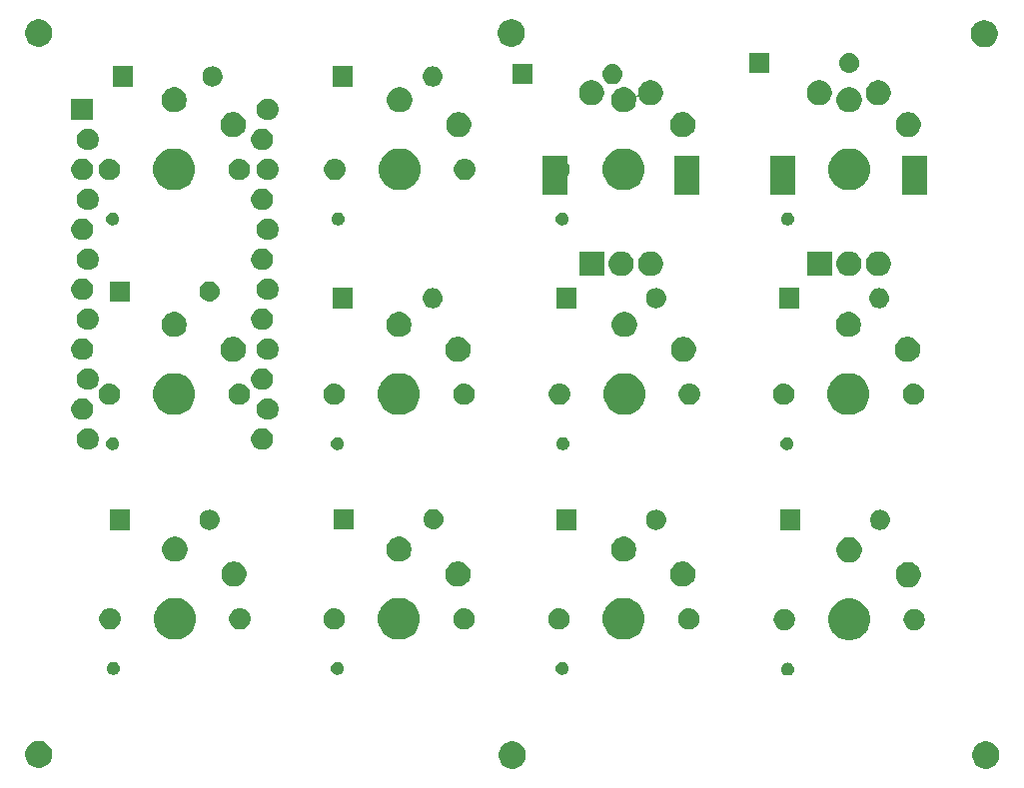
<source format=gbr>
G04 #@! TF.GenerationSoftware,KiCad,Pcbnew,(5.0.2)-1*
G04 #@! TF.CreationDate,2019-02-24T12:49:23-05:00*
G04 #@! TF.ProjectId,4x5macro,3478356d-6163-4726-9f2e-6b696361645f,rev?*
G04 #@! TF.SameCoordinates,Original*
G04 #@! TF.FileFunction,Soldermask,Bot*
G04 #@! TF.FilePolarity,Negative*
%FSLAX46Y46*%
G04 Gerber Fmt 4.6, Leading zero omitted, Abs format (unit mm)*
G04 Created by KiCad (PCBNEW (5.0.2)-1) date 2/24/2019 12:49:23 PM*
%MOMM*%
%LPD*%
G01*
G04 APERTURE LIST*
%ADD10C,0.100000*%
G04 APERTURE END LIST*
D10*
G36*
X108666734Y-82459232D02*
X108876202Y-82545996D01*
X109064723Y-82671962D01*
X109225038Y-82832277D01*
X109351004Y-83020798D01*
X109437768Y-83230266D01*
X109482000Y-83452635D01*
X109482000Y-83679365D01*
X109437768Y-83901734D01*
X109351004Y-84111202D01*
X109225038Y-84299723D01*
X109064723Y-84460038D01*
X108876202Y-84586004D01*
X108666734Y-84672768D01*
X108444365Y-84717000D01*
X108217635Y-84717000D01*
X107995266Y-84672768D01*
X107785798Y-84586004D01*
X107597277Y-84460038D01*
X107436962Y-84299723D01*
X107310996Y-84111202D01*
X107224232Y-83901734D01*
X107180000Y-83679365D01*
X107180000Y-83452635D01*
X107224232Y-83230266D01*
X107310996Y-83020798D01*
X107436962Y-82832277D01*
X107597277Y-82671962D01*
X107785798Y-82545996D01*
X107995266Y-82459232D01*
X108217635Y-82415000D01*
X108444365Y-82415000D01*
X108666734Y-82459232D01*
X108666734Y-82459232D01*
G37*
G36*
X68534734Y-82459232D02*
X68744202Y-82545996D01*
X68932723Y-82671962D01*
X69093038Y-82832277D01*
X69219004Y-83020798D01*
X69305768Y-83230266D01*
X69350000Y-83452635D01*
X69350000Y-83679365D01*
X69305768Y-83901734D01*
X69219004Y-84111202D01*
X69093038Y-84299723D01*
X68932723Y-84460038D01*
X68744202Y-84586004D01*
X68534734Y-84672768D01*
X68312365Y-84717000D01*
X68085635Y-84717000D01*
X67863266Y-84672768D01*
X67653798Y-84586004D01*
X67465277Y-84460038D01*
X67304962Y-84299723D01*
X67178996Y-84111202D01*
X67092232Y-83901734D01*
X67048000Y-83679365D01*
X67048000Y-83452635D01*
X67092232Y-83230266D01*
X67178996Y-83020798D01*
X67304962Y-82832277D01*
X67465277Y-82671962D01*
X67653798Y-82545996D01*
X67863266Y-82459232D01*
X68085635Y-82415000D01*
X68312365Y-82415000D01*
X68534734Y-82459232D01*
X68534734Y-82459232D01*
G37*
G36*
X28402734Y-82395732D02*
X28612202Y-82482496D01*
X28800723Y-82608462D01*
X28961038Y-82768777D01*
X29087004Y-82957298D01*
X29173768Y-83166766D01*
X29218000Y-83389135D01*
X29218000Y-83615865D01*
X29173768Y-83838234D01*
X29087004Y-84047702D01*
X28961038Y-84236223D01*
X28800723Y-84396538D01*
X28612202Y-84522504D01*
X28402734Y-84609268D01*
X28180365Y-84653500D01*
X27953635Y-84653500D01*
X27731266Y-84609268D01*
X27521798Y-84522504D01*
X27333277Y-84396538D01*
X27172962Y-84236223D01*
X27046996Y-84047702D01*
X26960232Y-83838234D01*
X26916000Y-83615865D01*
X26916000Y-83389135D01*
X26960232Y-83166766D01*
X27046996Y-82957298D01*
X27172962Y-82768777D01*
X27333277Y-82608462D01*
X27521798Y-82482496D01*
X27731266Y-82395732D01*
X27953635Y-82351500D01*
X28180365Y-82351500D01*
X28402734Y-82395732D01*
X28402734Y-82395732D01*
G37*
G36*
X91713350Y-75747194D02*
X91812770Y-75788375D01*
X91902249Y-75848163D01*
X91978337Y-75924251D01*
X92038125Y-76013730D01*
X92079306Y-76113150D01*
X92100300Y-76218694D01*
X92100300Y-76326306D01*
X92079306Y-76431850D01*
X92038125Y-76531270D01*
X91978337Y-76620749D01*
X91902249Y-76696837D01*
X91812770Y-76756625D01*
X91713350Y-76797806D01*
X91607806Y-76818800D01*
X91500194Y-76818800D01*
X91394650Y-76797806D01*
X91295230Y-76756625D01*
X91205751Y-76696837D01*
X91129663Y-76620749D01*
X91069875Y-76531270D01*
X91028694Y-76431850D01*
X91007700Y-76326306D01*
X91007700Y-76218694D01*
X91028694Y-76113150D01*
X91069875Y-76013730D01*
X91129663Y-75924251D01*
X91205751Y-75848163D01*
X91295230Y-75788375D01*
X91394650Y-75747194D01*
X91500194Y-75726200D01*
X91607806Y-75726200D01*
X91713350Y-75747194D01*
X91713350Y-75747194D01*
G37*
G36*
X34563350Y-75683694D02*
X34662770Y-75724875D01*
X34752249Y-75784663D01*
X34828337Y-75860751D01*
X34888125Y-75950230D01*
X34929306Y-76049650D01*
X34950300Y-76155194D01*
X34950300Y-76262806D01*
X34929306Y-76368350D01*
X34888125Y-76467770D01*
X34828337Y-76557249D01*
X34752249Y-76633337D01*
X34662770Y-76693125D01*
X34563350Y-76734306D01*
X34457806Y-76755300D01*
X34350194Y-76755300D01*
X34244650Y-76734306D01*
X34145230Y-76693125D01*
X34055751Y-76633337D01*
X33979663Y-76557249D01*
X33919875Y-76467770D01*
X33878694Y-76368350D01*
X33857700Y-76262806D01*
X33857700Y-76155194D01*
X33878694Y-76049650D01*
X33919875Y-75950230D01*
X33979663Y-75860751D01*
X34055751Y-75784663D01*
X34145230Y-75724875D01*
X34244650Y-75683694D01*
X34350194Y-75662700D01*
X34457806Y-75662700D01*
X34563350Y-75683694D01*
X34563350Y-75683694D01*
G37*
G36*
X72599850Y-75683694D02*
X72699270Y-75724875D01*
X72788749Y-75784663D01*
X72864837Y-75860751D01*
X72924625Y-75950230D01*
X72965806Y-76049650D01*
X72986800Y-76155194D01*
X72986800Y-76262806D01*
X72965806Y-76368350D01*
X72924625Y-76467770D01*
X72864837Y-76557249D01*
X72788749Y-76633337D01*
X72699270Y-76693125D01*
X72599850Y-76734306D01*
X72494306Y-76755300D01*
X72386694Y-76755300D01*
X72281150Y-76734306D01*
X72181730Y-76693125D01*
X72092251Y-76633337D01*
X72016163Y-76557249D01*
X71956375Y-76467770D01*
X71915194Y-76368350D01*
X71894200Y-76262806D01*
X71894200Y-76155194D01*
X71915194Y-76049650D01*
X71956375Y-75950230D01*
X72016163Y-75860751D01*
X72092251Y-75784663D01*
X72181730Y-75724875D01*
X72281150Y-75683694D01*
X72386694Y-75662700D01*
X72494306Y-75662700D01*
X72599850Y-75683694D01*
X72599850Y-75683694D01*
G37*
G36*
X53549850Y-75683694D02*
X53649270Y-75724875D01*
X53738749Y-75784663D01*
X53814837Y-75860751D01*
X53874625Y-75950230D01*
X53915806Y-76049650D01*
X53936800Y-76155194D01*
X53936800Y-76262806D01*
X53915806Y-76368350D01*
X53874625Y-76467770D01*
X53814837Y-76557249D01*
X53738749Y-76633337D01*
X53738746Y-76633339D01*
X53649270Y-76693125D01*
X53549850Y-76734306D01*
X53444306Y-76755300D01*
X53336694Y-76755300D01*
X53231150Y-76734306D01*
X53131730Y-76693125D01*
X53042254Y-76633339D01*
X53042251Y-76633337D01*
X52966163Y-76557249D01*
X52906375Y-76467770D01*
X52865194Y-76368350D01*
X52844200Y-76262806D01*
X52844200Y-76155194D01*
X52865194Y-76049650D01*
X52906375Y-75950230D01*
X52966163Y-75860751D01*
X53042251Y-75784663D01*
X53131730Y-75724875D01*
X53231150Y-75683694D01*
X53336694Y-75662700D01*
X53444306Y-75662700D01*
X53549850Y-75683694D01*
X53549850Y-75683694D01*
G37*
G36*
X97288976Y-70374847D02*
X97610276Y-70507934D01*
X97610278Y-70507935D01*
X97895594Y-70698577D01*
X97899443Y-70701149D01*
X98145351Y-70947057D01*
X98145353Y-70947060D01*
X98296136Y-71172722D01*
X98338566Y-71236224D01*
X98471653Y-71557524D01*
X98539500Y-71898612D01*
X98539500Y-72246388D01*
X98471653Y-72587476D01*
X98364868Y-72845278D01*
X98338565Y-72908778D01*
X98187782Y-73134440D01*
X98145351Y-73197943D01*
X97899443Y-73443851D01*
X97899440Y-73443853D01*
X97610278Y-73637065D01*
X97610277Y-73637066D01*
X97610276Y-73637066D01*
X97288976Y-73770153D01*
X96947888Y-73838000D01*
X96600112Y-73838000D01*
X96259024Y-73770153D01*
X95937724Y-73637066D01*
X95937723Y-73637066D01*
X95937722Y-73637065D01*
X95648560Y-73443853D01*
X95648557Y-73443851D01*
X95402649Y-73197943D01*
X95360218Y-73134440D01*
X95209435Y-72908778D01*
X95183132Y-72845278D01*
X95076347Y-72587476D01*
X95008500Y-72246388D01*
X95008500Y-71898612D01*
X95076347Y-71557524D01*
X95209434Y-71236224D01*
X95251865Y-71172722D01*
X95402647Y-70947060D01*
X95402649Y-70947057D01*
X95648557Y-70701149D01*
X95652406Y-70698577D01*
X95937722Y-70507935D01*
X95937724Y-70507934D01*
X96259024Y-70374847D01*
X96600112Y-70307000D01*
X96947888Y-70307000D01*
X97288976Y-70374847D01*
X97288976Y-70374847D01*
G37*
G36*
X78175476Y-70311347D02*
X78496776Y-70444434D01*
X78496778Y-70444435D01*
X78591811Y-70507934D01*
X78785943Y-70637649D01*
X79031851Y-70883557D01*
X79031853Y-70883560D01*
X79181218Y-71107100D01*
X79225066Y-71172724D01*
X79358153Y-71494024D01*
X79426000Y-71835112D01*
X79426000Y-72182888D01*
X79358153Y-72523976D01*
X79254983Y-72773050D01*
X79225065Y-72845278D01*
X79161947Y-72939741D01*
X79031851Y-73134443D01*
X78785943Y-73380351D01*
X78785940Y-73380353D01*
X78496778Y-73573565D01*
X78496777Y-73573566D01*
X78496776Y-73573566D01*
X78175476Y-73706653D01*
X77834388Y-73774500D01*
X77486612Y-73774500D01*
X77145524Y-73706653D01*
X76824224Y-73573566D01*
X76824223Y-73573566D01*
X76824222Y-73573565D01*
X76535060Y-73380353D01*
X76535057Y-73380351D01*
X76289149Y-73134443D01*
X76159053Y-72939741D01*
X76095935Y-72845278D01*
X76066017Y-72773050D01*
X75962847Y-72523976D01*
X75895000Y-72182888D01*
X75895000Y-71835112D01*
X75962847Y-71494024D01*
X76095934Y-71172724D01*
X76139783Y-71107100D01*
X76289147Y-70883560D01*
X76289149Y-70883557D01*
X76535057Y-70637649D01*
X76729189Y-70507934D01*
X76824222Y-70444435D01*
X76824224Y-70444434D01*
X77145524Y-70311347D01*
X77486612Y-70243500D01*
X77834388Y-70243500D01*
X78175476Y-70311347D01*
X78175476Y-70311347D01*
G37*
G36*
X59125476Y-70311347D02*
X59446776Y-70444434D01*
X59446778Y-70444435D01*
X59541811Y-70507934D01*
X59735943Y-70637649D01*
X59981851Y-70883557D01*
X59981853Y-70883560D01*
X60131218Y-71107100D01*
X60175066Y-71172724D01*
X60308153Y-71494024D01*
X60376000Y-71835112D01*
X60376000Y-72182888D01*
X60308153Y-72523976D01*
X60204983Y-72773050D01*
X60175065Y-72845278D01*
X60111947Y-72939741D01*
X59981851Y-73134443D01*
X59735943Y-73380351D01*
X59735940Y-73380353D01*
X59446778Y-73573565D01*
X59446777Y-73573566D01*
X59446776Y-73573566D01*
X59125476Y-73706653D01*
X58784388Y-73774500D01*
X58436612Y-73774500D01*
X58095524Y-73706653D01*
X57774224Y-73573566D01*
X57774223Y-73573566D01*
X57774222Y-73573565D01*
X57485060Y-73380353D01*
X57485057Y-73380351D01*
X57239149Y-73134443D01*
X57109053Y-72939741D01*
X57045935Y-72845278D01*
X57016017Y-72773050D01*
X56912847Y-72523976D01*
X56845000Y-72182888D01*
X56845000Y-71835112D01*
X56912847Y-71494024D01*
X57045934Y-71172724D01*
X57089783Y-71107100D01*
X57239147Y-70883560D01*
X57239149Y-70883557D01*
X57485057Y-70637649D01*
X57679189Y-70507934D01*
X57774222Y-70444435D01*
X57774224Y-70444434D01*
X58095524Y-70311347D01*
X58436612Y-70243500D01*
X58784388Y-70243500D01*
X59125476Y-70311347D01*
X59125476Y-70311347D01*
G37*
G36*
X40138976Y-70311347D02*
X40460276Y-70444434D01*
X40460278Y-70444435D01*
X40555311Y-70507934D01*
X40749443Y-70637649D01*
X40995351Y-70883557D01*
X40995353Y-70883560D01*
X41144718Y-71107100D01*
X41188566Y-71172724D01*
X41321653Y-71494024D01*
X41389500Y-71835112D01*
X41389500Y-72182888D01*
X41321653Y-72523976D01*
X41218483Y-72773050D01*
X41188565Y-72845278D01*
X41125447Y-72939741D01*
X40995351Y-73134443D01*
X40749443Y-73380351D01*
X40749440Y-73380353D01*
X40460278Y-73573565D01*
X40460277Y-73573566D01*
X40460276Y-73573566D01*
X40138976Y-73706653D01*
X39797888Y-73774500D01*
X39450112Y-73774500D01*
X39109024Y-73706653D01*
X38787724Y-73573566D01*
X38787723Y-73573566D01*
X38787722Y-73573565D01*
X38498560Y-73380353D01*
X38498557Y-73380351D01*
X38252649Y-73134443D01*
X38122553Y-72939741D01*
X38059435Y-72845278D01*
X38029517Y-72773050D01*
X37926347Y-72523976D01*
X37858500Y-72182888D01*
X37858500Y-71835112D01*
X37926347Y-71494024D01*
X38059434Y-71172724D01*
X38103283Y-71107100D01*
X38252647Y-70883560D01*
X38252649Y-70883557D01*
X38498557Y-70637649D01*
X38692689Y-70507934D01*
X38787722Y-70444435D01*
X38787724Y-70444434D01*
X39109024Y-70311347D01*
X39450112Y-70243500D01*
X39797888Y-70243500D01*
X40138976Y-70311347D01*
X40138976Y-70311347D01*
G37*
G36*
X91478993Y-71193706D02*
X91537075Y-71205259D01*
X91585149Y-71225172D01*
X91701210Y-71273246D01*
X91848931Y-71371950D01*
X91974550Y-71497569D01*
X92073254Y-71645290D01*
X92121328Y-71761351D01*
X92141241Y-71809425D01*
X92152794Y-71867507D01*
X92175900Y-71983669D01*
X92175900Y-72161331D01*
X92141241Y-72335574D01*
X92073254Y-72499710D01*
X91974550Y-72647431D01*
X91848931Y-72773050D01*
X91701210Y-72871754D01*
X91585149Y-72919828D01*
X91537075Y-72939741D01*
X91478993Y-72951294D01*
X91362831Y-72974400D01*
X91185169Y-72974400D01*
X91069007Y-72951294D01*
X91010925Y-72939741D01*
X90962851Y-72919828D01*
X90846790Y-72871754D01*
X90699069Y-72773050D01*
X90573450Y-72647431D01*
X90474746Y-72499710D01*
X90406759Y-72335574D01*
X90372100Y-72161331D01*
X90372100Y-71983669D01*
X90395206Y-71867507D01*
X90406759Y-71809425D01*
X90426672Y-71761351D01*
X90474746Y-71645290D01*
X90573450Y-71497569D01*
X90699069Y-71371950D01*
X90846790Y-71273246D01*
X90962851Y-71225172D01*
X91010925Y-71205259D01*
X91069007Y-71193706D01*
X91185169Y-71170600D01*
X91362831Y-71170600D01*
X91478993Y-71193706D01*
X91478993Y-71193706D01*
G37*
G36*
X102478993Y-71193706D02*
X102537075Y-71205259D01*
X102585149Y-71225172D01*
X102701210Y-71273246D01*
X102848931Y-71371950D01*
X102974550Y-71497569D01*
X103073254Y-71645290D01*
X103121328Y-71761351D01*
X103141241Y-71809425D01*
X103152794Y-71867507D01*
X103175900Y-71983669D01*
X103175900Y-72161331D01*
X103141241Y-72335574D01*
X103073254Y-72499710D01*
X102974550Y-72647431D01*
X102848931Y-72773050D01*
X102701210Y-72871754D01*
X102585149Y-72919828D01*
X102537075Y-72939741D01*
X102478993Y-72951294D01*
X102362831Y-72974400D01*
X102185169Y-72974400D01*
X102069007Y-72951294D01*
X102010925Y-72939741D01*
X101962851Y-72919828D01*
X101846790Y-72871754D01*
X101699069Y-72773050D01*
X101573450Y-72647431D01*
X101474746Y-72499710D01*
X101406759Y-72335574D01*
X101372100Y-72161331D01*
X101372100Y-71983669D01*
X101395206Y-71867507D01*
X101406759Y-71809425D01*
X101426672Y-71761351D01*
X101474746Y-71645290D01*
X101573450Y-71497569D01*
X101699069Y-71371950D01*
X101846790Y-71273246D01*
X101962851Y-71225172D01*
X102010925Y-71205259D01*
X102069007Y-71193706D01*
X102185169Y-71170600D01*
X102362831Y-71170600D01*
X102478993Y-71193706D01*
X102478993Y-71193706D01*
G37*
G36*
X64315493Y-71130206D02*
X64373575Y-71141759D01*
X64421649Y-71161672D01*
X64537710Y-71209746D01*
X64685431Y-71308450D01*
X64811050Y-71434069D01*
X64909754Y-71581790D01*
X64936056Y-71645290D01*
X64977741Y-71745925D01*
X65012400Y-71920171D01*
X65012400Y-72097829D01*
X64982851Y-72246387D01*
X64977741Y-72272074D01*
X64909754Y-72436210D01*
X64811050Y-72583931D01*
X64685431Y-72709550D01*
X64537710Y-72808254D01*
X64421649Y-72856328D01*
X64373575Y-72876241D01*
X64315493Y-72887794D01*
X64199331Y-72910900D01*
X64021669Y-72910900D01*
X63905507Y-72887794D01*
X63847425Y-72876241D01*
X63799351Y-72856328D01*
X63683290Y-72808254D01*
X63535569Y-72709550D01*
X63409950Y-72583931D01*
X63311246Y-72436210D01*
X63243259Y-72272074D01*
X63238150Y-72246387D01*
X63208600Y-72097829D01*
X63208600Y-71920171D01*
X63243259Y-71745925D01*
X63284944Y-71645290D01*
X63311246Y-71581790D01*
X63409950Y-71434069D01*
X63535569Y-71308450D01*
X63683290Y-71209746D01*
X63799351Y-71161672D01*
X63847425Y-71141759D01*
X63905507Y-71130206D01*
X64021669Y-71107100D01*
X64199331Y-71107100D01*
X64315493Y-71130206D01*
X64315493Y-71130206D01*
G37*
G36*
X72365493Y-71130206D02*
X72423575Y-71141759D01*
X72471649Y-71161672D01*
X72587710Y-71209746D01*
X72735431Y-71308450D01*
X72861050Y-71434069D01*
X72959754Y-71581790D01*
X72986056Y-71645290D01*
X73027741Y-71745925D01*
X73062400Y-71920171D01*
X73062400Y-72097829D01*
X73032851Y-72246387D01*
X73027741Y-72272074D01*
X72959754Y-72436210D01*
X72861050Y-72583931D01*
X72735431Y-72709550D01*
X72587710Y-72808254D01*
X72471649Y-72856328D01*
X72423575Y-72876241D01*
X72365493Y-72887794D01*
X72249331Y-72910900D01*
X72071669Y-72910900D01*
X71955507Y-72887794D01*
X71897425Y-72876241D01*
X71849351Y-72856328D01*
X71733290Y-72808254D01*
X71585569Y-72709550D01*
X71459950Y-72583931D01*
X71361246Y-72436210D01*
X71293259Y-72272074D01*
X71288150Y-72246387D01*
X71258600Y-72097829D01*
X71258600Y-71920171D01*
X71293259Y-71745925D01*
X71334944Y-71645290D01*
X71361246Y-71581790D01*
X71459950Y-71434069D01*
X71585569Y-71308450D01*
X71733290Y-71209746D01*
X71849351Y-71161672D01*
X71897425Y-71141759D01*
X71955507Y-71130206D01*
X72071669Y-71107100D01*
X72249331Y-71107100D01*
X72365493Y-71130206D01*
X72365493Y-71130206D01*
G37*
G36*
X53315493Y-71130206D02*
X53373575Y-71141759D01*
X53421649Y-71161672D01*
X53537710Y-71209746D01*
X53685431Y-71308450D01*
X53811050Y-71434069D01*
X53909754Y-71581790D01*
X53936056Y-71645290D01*
X53977741Y-71745925D01*
X54012400Y-71920171D01*
X54012400Y-72097829D01*
X53982851Y-72246387D01*
X53977741Y-72272074D01*
X53909754Y-72436210D01*
X53811050Y-72583931D01*
X53685431Y-72709550D01*
X53537710Y-72808254D01*
X53421649Y-72856328D01*
X53373575Y-72876241D01*
X53315493Y-72887794D01*
X53199331Y-72910900D01*
X53021669Y-72910900D01*
X52905507Y-72887794D01*
X52847425Y-72876241D01*
X52799351Y-72856328D01*
X52683290Y-72808254D01*
X52535569Y-72709550D01*
X52409950Y-72583931D01*
X52311246Y-72436210D01*
X52243259Y-72272074D01*
X52238150Y-72246387D01*
X52208600Y-72097829D01*
X52208600Y-71920171D01*
X52243259Y-71745925D01*
X52284944Y-71645290D01*
X52311246Y-71581790D01*
X52409950Y-71434069D01*
X52535569Y-71308450D01*
X52683290Y-71209746D01*
X52799351Y-71161672D01*
X52847425Y-71141759D01*
X52905507Y-71130206D01*
X53021669Y-71107100D01*
X53199331Y-71107100D01*
X53315493Y-71130206D01*
X53315493Y-71130206D01*
G37*
G36*
X45328993Y-71130206D02*
X45387075Y-71141759D01*
X45435149Y-71161672D01*
X45551210Y-71209746D01*
X45698931Y-71308450D01*
X45824550Y-71434069D01*
X45923254Y-71581790D01*
X45949556Y-71645290D01*
X45991241Y-71745925D01*
X46025900Y-71920171D01*
X46025900Y-72097829D01*
X45996351Y-72246387D01*
X45991241Y-72272074D01*
X45923254Y-72436210D01*
X45824550Y-72583931D01*
X45698931Y-72709550D01*
X45551210Y-72808254D01*
X45435149Y-72856328D01*
X45387075Y-72876241D01*
X45328993Y-72887794D01*
X45212831Y-72910900D01*
X45035169Y-72910900D01*
X44919007Y-72887794D01*
X44860925Y-72876241D01*
X44812851Y-72856328D01*
X44696790Y-72808254D01*
X44549069Y-72709550D01*
X44423450Y-72583931D01*
X44324746Y-72436210D01*
X44256759Y-72272074D01*
X44251650Y-72246387D01*
X44222100Y-72097829D01*
X44222100Y-71920171D01*
X44256759Y-71745925D01*
X44298444Y-71645290D01*
X44324746Y-71581790D01*
X44423450Y-71434069D01*
X44549069Y-71308450D01*
X44696790Y-71209746D01*
X44812851Y-71161672D01*
X44860925Y-71141759D01*
X44919007Y-71130206D01*
X45035169Y-71107100D01*
X45212831Y-71107100D01*
X45328993Y-71130206D01*
X45328993Y-71130206D01*
G37*
G36*
X34328993Y-71130206D02*
X34387075Y-71141759D01*
X34435149Y-71161672D01*
X34551210Y-71209746D01*
X34698931Y-71308450D01*
X34824550Y-71434069D01*
X34923254Y-71581790D01*
X34949556Y-71645290D01*
X34991241Y-71745925D01*
X35025900Y-71920171D01*
X35025900Y-72097829D01*
X34996351Y-72246387D01*
X34991241Y-72272074D01*
X34923254Y-72436210D01*
X34824550Y-72583931D01*
X34698931Y-72709550D01*
X34551210Y-72808254D01*
X34435149Y-72856328D01*
X34387075Y-72876241D01*
X34328993Y-72887794D01*
X34212831Y-72910900D01*
X34035169Y-72910900D01*
X33919007Y-72887794D01*
X33860925Y-72876241D01*
X33812851Y-72856328D01*
X33696790Y-72808254D01*
X33549069Y-72709550D01*
X33423450Y-72583931D01*
X33324746Y-72436210D01*
X33256759Y-72272074D01*
X33251650Y-72246387D01*
X33222100Y-72097829D01*
X33222100Y-71920171D01*
X33256759Y-71745925D01*
X33298444Y-71645290D01*
X33324746Y-71581790D01*
X33423450Y-71434069D01*
X33549069Y-71308450D01*
X33696790Y-71209746D01*
X33812851Y-71161672D01*
X33860925Y-71141759D01*
X33919007Y-71130206D01*
X34035169Y-71107100D01*
X34212831Y-71107100D01*
X34328993Y-71130206D01*
X34328993Y-71130206D01*
G37*
G36*
X83365493Y-71130206D02*
X83423575Y-71141759D01*
X83471649Y-71161672D01*
X83587710Y-71209746D01*
X83735431Y-71308450D01*
X83861050Y-71434069D01*
X83959754Y-71581790D01*
X83986056Y-71645290D01*
X84027741Y-71745925D01*
X84062400Y-71920171D01*
X84062400Y-72097829D01*
X84032851Y-72246387D01*
X84027741Y-72272074D01*
X83959754Y-72436210D01*
X83861050Y-72583931D01*
X83735431Y-72709550D01*
X83587710Y-72808254D01*
X83471649Y-72856328D01*
X83423575Y-72876241D01*
X83365493Y-72887794D01*
X83249331Y-72910900D01*
X83071669Y-72910900D01*
X82955507Y-72887794D01*
X82897425Y-72876241D01*
X82849351Y-72856328D01*
X82733290Y-72808254D01*
X82585569Y-72709550D01*
X82459950Y-72583931D01*
X82361246Y-72436210D01*
X82293259Y-72272074D01*
X82288150Y-72246387D01*
X82258600Y-72097829D01*
X82258600Y-71920171D01*
X82293259Y-71745925D01*
X82334944Y-71645290D01*
X82361246Y-71581790D01*
X82459950Y-71434069D01*
X82585569Y-71308450D01*
X82733290Y-71209746D01*
X82849351Y-71161672D01*
X82897425Y-71141759D01*
X82955507Y-71130206D01*
X83071669Y-71107100D01*
X83249331Y-71107100D01*
X83365493Y-71130206D01*
X83365493Y-71130206D01*
G37*
G36*
X102085231Y-67246503D02*
X102279415Y-67326937D01*
X102454176Y-67443709D01*
X102602791Y-67592324D01*
X102719563Y-67767085D01*
X102799997Y-67961269D01*
X102841000Y-68167408D01*
X102841000Y-68377592D01*
X102799997Y-68583731D01*
X102719563Y-68777915D01*
X102602791Y-68952676D01*
X102454176Y-69101291D01*
X102279415Y-69218063D01*
X102085231Y-69298497D01*
X101879092Y-69339500D01*
X101668908Y-69339500D01*
X101462769Y-69298497D01*
X101268585Y-69218063D01*
X101093824Y-69101291D01*
X100945209Y-68952676D01*
X100828437Y-68777915D01*
X100748003Y-68583731D01*
X100707000Y-68377592D01*
X100707000Y-68167408D01*
X100748003Y-67961269D01*
X100828437Y-67767085D01*
X100945209Y-67592324D01*
X101093824Y-67443709D01*
X101268585Y-67326937D01*
X101462769Y-67246503D01*
X101668908Y-67205500D01*
X101879092Y-67205500D01*
X102085231Y-67246503D01*
X102085231Y-67246503D01*
G37*
G36*
X44935231Y-67183003D02*
X45129415Y-67263437D01*
X45304176Y-67380209D01*
X45452791Y-67528824D01*
X45569563Y-67703585D01*
X45649997Y-67897769D01*
X45691000Y-68103908D01*
X45691000Y-68314092D01*
X45649997Y-68520231D01*
X45569563Y-68714415D01*
X45452791Y-68889176D01*
X45304176Y-69037791D01*
X45129415Y-69154563D01*
X44935231Y-69234997D01*
X44729092Y-69276000D01*
X44518908Y-69276000D01*
X44312769Y-69234997D01*
X44118585Y-69154563D01*
X43943824Y-69037791D01*
X43795209Y-68889176D01*
X43678437Y-68714415D01*
X43598003Y-68520231D01*
X43557000Y-68314092D01*
X43557000Y-68103908D01*
X43598003Y-67897769D01*
X43678437Y-67703585D01*
X43795209Y-67528824D01*
X43943824Y-67380209D01*
X44118585Y-67263437D01*
X44312769Y-67183003D01*
X44518908Y-67142000D01*
X44729092Y-67142000D01*
X44935231Y-67183003D01*
X44935231Y-67183003D01*
G37*
G36*
X82971731Y-67183003D02*
X83165915Y-67263437D01*
X83340676Y-67380209D01*
X83489291Y-67528824D01*
X83606063Y-67703585D01*
X83686497Y-67897769D01*
X83727500Y-68103908D01*
X83727500Y-68314092D01*
X83686497Y-68520231D01*
X83606063Y-68714415D01*
X83489291Y-68889176D01*
X83340676Y-69037791D01*
X83165915Y-69154563D01*
X82971731Y-69234997D01*
X82765592Y-69276000D01*
X82555408Y-69276000D01*
X82349269Y-69234997D01*
X82155085Y-69154563D01*
X81980324Y-69037791D01*
X81831709Y-68889176D01*
X81714937Y-68714415D01*
X81634503Y-68520231D01*
X81593500Y-68314092D01*
X81593500Y-68103908D01*
X81634503Y-67897769D01*
X81714937Y-67703585D01*
X81831709Y-67528824D01*
X81980324Y-67380209D01*
X82155085Y-67263437D01*
X82349269Y-67183003D01*
X82555408Y-67142000D01*
X82765592Y-67142000D01*
X82971731Y-67183003D01*
X82971731Y-67183003D01*
G37*
G36*
X63921731Y-67183003D02*
X64115915Y-67263437D01*
X64290676Y-67380209D01*
X64439291Y-67528824D01*
X64556063Y-67703585D01*
X64636497Y-67897769D01*
X64677500Y-68103908D01*
X64677500Y-68314092D01*
X64636497Y-68520231D01*
X64556063Y-68714415D01*
X64439291Y-68889176D01*
X64290676Y-69037791D01*
X64115915Y-69154563D01*
X63921731Y-69234997D01*
X63715592Y-69276000D01*
X63505408Y-69276000D01*
X63299269Y-69234997D01*
X63105085Y-69154563D01*
X62930324Y-69037791D01*
X62781709Y-68889176D01*
X62664937Y-68714415D01*
X62584503Y-68520231D01*
X62543500Y-68314092D01*
X62543500Y-68103908D01*
X62584503Y-67897769D01*
X62664937Y-67703585D01*
X62781709Y-67528824D01*
X62930324Y-67380209D01*
X63105085Y-67263437D01*
X63299269Y-67183003D01*
X63505408Y-67142000D01*
X63715592Y-67142000D01*
X63921731Y-67183003D01*
X63921731Y-67183003D01*
G37*
G36*
X97085231Y-65146503D02*
X97279415Y-65226937D01*
X97454176Y-65343709D01*
X97602791Y-65492324D01*
X97719563Y-65667085D01*
X97799997Y-65861269D01*
X97841000Y-66067408D01*
X97841000Y-66277592D01*
X97799997Y-66483731D01*
X97719563Y-66677915D01*
X97602791Y-66852676D01*
X97454176Y-67001291D01*
X97279415Y-67118063D01*
X97085231Y-67198497D01*
X96879092Y-67239500D01*
X96668908Y-67239500D01*
X96462769Y-67198497D01*
X96268585Y-67118063D01*
X96093824Y-67001291D01*
X95945209Y-66852676D01*
X95828437Y-66677915D01*
X95748003Y-66483731D01*
X95707000Y-66277592D01*
X95707000Y-66067408D01*
X95748003Y-65861269D01*
X95828437Y-65667085D01*
X95945209Y-65492324D01*
X96093824Y-65343709D01*
X96268585Y-65226937D01*
X96462769Y-65146503D01*
X96668908Y-65105500D01*
X96879092Y-65105500D01*
X97085231Y-65146503D01*
X97085231Y-65146503D01*
G37*
G36*
X58921731Y-65083003D02*
X59115915Y-65163437D01*
X59290676Y-65280209D01*
X59439291Y-65428824D01*
X59556063Y-65603585D01*
X59636497Y-65797769D01*
X59677500Y-66003908D01*
X59677500Y-66214092D01*
X59636497Y-66420231D01*
X59556063Y-66614415D01*
X59439291Y-66789176D01*
X59290676Y-66937791D01*
X59115915Y-67054563D01*
X58921731Y-67134997D01*
X58715592Y-67176000D01*
X58505408Y-67176000D01*
X58299269Y-67134997D01*
X58105085Y-67054563D01*
X57930324Y-66937791D01*
X57781709Y-66789176D01*
X57664937Y-66614415D01*
X57584503Y-66420231D01*
X57543500Y-66214092D01*
X57543500Y-66003908D01*
X57584503Y-65797769D01*
X57664937Y-65603585D01*
X57781709Y-65428824D01*
X57930324Y-65280209D01*
X58105085Y-65163437D01*
X58299269Y-65083003D01*
X58505408Y-65042000D01*
X58715592Y-65042000D01*
X58921731Y-65083003D01*
X58921731Y-65083003D01*
G37*
G36*
X39935231Y-65083003D02*
X40129415Y-65163437D01*
X40304176Y-65280209D01*
X40452791Y-65428824D01*
X40569563Y-65603585D01*
X40649997Y-65797769D01*
X40691000Y-66003908D01*
X40691000Y-66214092D01*
X40649997Y-66420231D01*
X40569563Y-66614415D01*
X40452791Y-66789176D01*
X40304176Y-66937791D01*
X40129415Y-67054563D01*
X39935231Y-67134997D01*
X39729092Y-67176000D01*
X39518908Y-67176000D01*
X39312769Y-67134997D01*
X39118585Y-67054563D01*
X38943824Y-66937791D01*
X38795209Y-66789176D01*
X38678437Y-66614415D01*
X38598003Y-66420231D01*
X38557000Y-66214092D01*
X38557000Y-66003908D01*
X38598003Y-65797769D01*
X38678437Y-65603585D01*
X38795209Y-65428824D01*
X38943824Y-65280209D01*
X39118585Y-65163437D01*
X39312769Y-65083003D01*
X39518908Y-65042000D01*
X39729092Y-65042000D01*
X39935231Y-65083003D01*
X39935231Y-65083003D01*
G37*
G36*
X77971731Y-65083003D02*
X78165915Y-65163437D01*
X78340676Y-65280209D01*
X78489291Y-65428824D01*
X78606063Y-65603585D01*
X78686497Y-65797769D01*
X78727500Y-66003908D01*
X78727500Y-66214092D01*
X78686497Y-66420231D01*
X78606063Y-66614415D01*
X78489291Y-66789176D01*
X78340676Y-66937791D01*
X78165915Y-67054563D01*
X77971731Y-67134997D01*
X77765592Y-67176000D01*
X77555408Y-67176000D01*
X77349269Y-67134997D01*
X77155085Y-67054563D01*
X76980324Y-66937791D01*
X76831709Y-66789176D01*
X76714937Y-66614415D01*
X76634503Y-66420231D01*
X76593500Y-66214092D01*
X76593500Y-66003908D01*
X76634503Y-65797769D01*
X76714937Y-65603585D01*
X76831709Y-65428824D01*
X76980324Y-65280209D01*
X77155085Y-65163437D01*
X77349269Y-65083003D01*
X77555408Y-65042000D01*
X77765592Y-65042000D01*
X77971731Y-65083003D01*
X77971731Y-65083003D01*
G37*
G36*
X80557821Y-62788313D02*
X80557824Y-62788314D01*
X80557825Y-62788314D01*
X80718239Y-62836975D01*
X80718241Y-62836976D01*
X80718244Y-62836977D01*
X80866078Y-62915995D01*
X80995659Y-63022341D01*
X81102005Y-63151922D01*
X81181023Y-63299756D01*
X81181024Y-63299759D01*
X81181025Y-63299761D01*
X81229686Y-63460175D01*
X81229687Y-63460179D01*
X81246117Y-63627000D01*
X81229687Y-63793821D01*
X81181023Y-63954244D01*
X81102005Y-64102078D01*
X80995659Y-64231659D01*
X80866078Y-64338005D01*
X80718244Y-64417023D01*
X80718241Y-64417024D01*
X80718239Y-64417025D01*
X80557825Y-64465686D01*
X80557824Y-64465686D01*
X80557821Y-64465687D01*
X80432804Y-64478000D01*
X80349196Y-64478000D01*
X80224179Y-64465687D01*
X80224176Y-64465686D01*
X80224175Y-64465686D01*
X80063761Y-64417025D01*
X80063759Y-64417024D01*
X80063756Y-64417023D01*
X79915922Y-64338005D01*
X79786341Y-64231659D01*
X79679995Y-64102078D01*
X79600977Y-63954244D01*
X79552313Y-63793821D01*
X79535883Y-63627000D01*
X79552313Y-63460179D01*
X79552314Y-63460175D01*
X79600975Y-63299761D01*
X79600976Y-63299759D01*
X79600977Y-63299756D01*
X79679995Y-63151922D01*
X79786341Y-63022341D01*
X79915922Y-62915995D01*
X80063756Y-62836977D01*
X80063759Y-62836976D01*
X80063761Y-62836975D01*
X80224175Y-62788314D01*
X80224176Y-62788314D01*
X80224179Y-62788313D01*
X80349196Y-62776000D01*
X80432804Y-62776000D01*
X80557821Y-62788313D01*
X80557821Y-62788313D01*
G37*
G36*
X35776000Y-64478000D02*
X34074000Y-64478000D01*
X34074000Y-62776000D01*
X35776000Y-62776000D01*
X35776000Y-64478000D01*
X35776000Y-64478000D01*
G37*
G36*
X92608500Y-64478000D02*
X90906500Y-64478000D01*
X90906500Y-62776000D01*
X92608500Y-62776000D01*
X92608500Y-64478000D01*
X92608500Y-64478000D01*
G37*
G36*
X99544321Y-62788313D02*
X99544324Y-62788314D01*
X99544325Y-62788314D01*
X99704739Y-62836975D01*
X99704741Y-62836976D01*
X99704744Y-62836977D01*
X99852578Y-62915995D01*
X99982159Y-63022341D01*
X100088505Y-63151922D01*
X100167523Y-63299756D01*
X100167524Y-63299759D01*
X100167525Y-63299761D01*
X100216186Y-63460175D01*
X100216187Y-63460179D01*
X100232617Y-63627000D01*
X100216187Y-63793821D01*
X100167523Y-63954244D01*
X100088505Y-64102078D01*
X99982159Y-64231659D01*
X99852578Y-64338005D01*
X99704744Y-64417023D01*
X99704741Y-64417024D01*
X99704739Y-64417025D01*
X99544325Y-64465686D01*
X99544324Y-64465686D01*
X99544321Y-64465687D01*
X99419304Y-64478000D01*
X99335696Y-64478000D01*
X99210679Y-64465687D01*
X99210676Y-64465686D01*
X99210675Y-64465686D01*
X99050261Y-64417025D01*
X99050259Y-64417024D01*
X99050256Y-64417023D01*
X98902422Y-64338005D01*
X98772841Y-64231659D01*
X98666495Y-64102078D01*
X98587477Y-63954244D01*
X98538813Y-63793821D01*
X98522383Y-63627000D01*
X98538813Y-63460179D01*
X98538814Y-63460175D01*
X98587475Y-63299761D01*
X98587476Y-63299759D01*
X98587477Y-63299756D01*
X98666495Y-63151922D01*
X98772841Y-63022341D01*
X98902422Y-62915995D01*
X99050256Y-62836977D01*
X99050259Y-62836976D01*
X99050261Y-62836975D01*
X99210675Y-62788314D01*
X99210676Y-62788314D01*
X99210679Y-62788313D01*
X99335696Y-62776000D01*
X99419304Y-62776000D01*
X99544321Y-62788313D01*
X99544321Y-62788313D01*
G37*
G36*
X42711821Y-62788313D02*
X42711824Y-62788314D01*
X42711825Y-62788314D01*
X42872239Y-62836975D01*
X42872241Y-62836976D01*
X42872244Y-62836977D01*
X43020078Y-62915995D01*
X43149659Y-63022341D01*
X43256005Y-63151922D01*
X43335023Y-63299756D01*
X43335024Y-63299759D01*
X43335025Y-63299761D01*
X43383686Y-63460175D01*
X43383687Y-63460179D01*
X43400117Y-63627000D01*
X43383687Y-63793821D01*
X43335023Y-63954244D01*
X43256005Y-64102078D01*
X43149659Y-64231659D01*
X43020078Y-64338005D01*
X42872244Y-64417023D01*
X42872241Y-64417024D01*
X42872239Y-64417025D01*
X42711825Y-64465686D01*
X42711824Y-64465686D01*
X42711821Y-64465687D01*
X42586804Y-64478000D01*
X42503196Y-64478000D01*
X42378179Y-64465687D01*
X42378176Y-64465686D01*
X42378175Y-64465686D01*
X42217761Y-64417025D01*
X42217759Y-64417024D01*
X42217756Y-64417023D01*
X42069922Y-64338005D01*
X41940341Y-64231659D01*
X41833995Y-64102078D01*
X41754977Y-63954244D01*
X41706313Y-63793821D01*
X41689883Y-63627000D01*
X41706313Y-63460179D01*
X41706314Y-63460175D01*
X41754975Y-63299761D01*
X41754976Y-63299759D01*
X41754977Y-63299756D01*
X41833995Y-63151922D01*
X41940341Y-63022341D01*
X42069922Y-62915995D01*
X42217756Y-62836977D01*
X42217759Y-62836976D01*
X42217761Y-62836975D01*
X42378175Y-62788314D01*
X42378176Y-62788314D01*
X42378179Y-62788313D01*
X42503196Y-62776000D01*
X42586804Y-62776000D01*
X42711821Y-62788313D01*
X42711821Y-62788313D01*
G37*
G36*
X73622000Y-64478000D02*
X71920000Y-64478000D01*
X71920000Y-62776000D01*
X73622000Y-62776000D01*
X73622000Y-64478000D01*
X73622000Y-64478000D01*
G37*
G36*
X54762500Y-64414500D02*
X53060500Y-64414500D01*
X53060500Y-62712500D01*
X54762500Y-62712500D01*
X54762500Y-64414500D01*
X54762500Y-64414500D01*
G37*
G36*
X61698321Y-62724813D02*
X61698324Y-62724814D01*
X61698325Y-62724814D01*
X61858739Y-62773475D01*
X61858741Y-62773476D01*
X61858744Y-62773477D01*
X62006578Y-62852495D01*
X62136159Y-62958841D01*
X62242505Y-63088422D01*
X62321523Y-63236256D01*
X62370187Y-63396679D01*
X62386617Y-63563500D01*
X62370187Y-63730321D01*
X62370186Y-63730324D01*
X62370186Y-63730325D01*
X62350924Y-63793825D01*
X62321523Y-63890744D01*
X62242505Y-64038578D01*
X62136159Y-64168159D01*
X62006578Y-64274505D01*
X61858744Y-64353523D01*
X61858741Y-64353524D01*
X61858739Y-64353525D01*
X61698325Y-64402186D01*
X61698324Y-64402186D01*
X61698321Y-64402187D01*
X61573304Y-64414500D01*
X61489696Y-64414500D01*
X61364679Y-64402187D01*
X61364676Y-64402186D01*
X61364675Y-64402186D01*
X61204261Y-64353525D01*
X61204259Y-64353524D01*
X61204256Y-64353523D01*
X61056422Y-64274505D01*
X60926841Y-64168159D01*
X60820495Y-64038578D01*
X60741477Y-63890744D01*
X60712077Y-63793825D01*
X60692814Y-63730325D01*
X60692814Y-63730324D01*
X60692813Y-63730321D01*
X60676383Y-63563500D01*
X60692813Y-63396679D01*
X60741477Y-63236256D01*
X60820495Y-63088422D01*
X60926841Y-62958841D01*
X61056422Y-62852495D01*
X61204256Y-62773477D01*
X61204259Y-62773476D01*
X61204261Y-62773475D01*
X61364675Y-62724814D01*
X61364676Y-62724814D01*
X61364679Y-62724813D01*
X61489696Y-62712500D01*
X61573304Y-62712500D01*
X61698321Y-62724813D01*
X61698321Y-62724813D01*
G37*
G36*
X34499850Y-56633694D02*
X34599270Y-56674875D01*
X34688749Y-56734663D01*
X34764837Y-56810751D01*
X34824625Y-56900230D01*
X34865806Y-56999650D01*
X34886800Y-57105194D01*
X34886800Y-57212806D01*
X34865806Y-57318350D01*
X34824625Y-57417770D01*
X34764837Y-57507249D01*
X34688749Y-57583337D01*
X34688746Y-57583339D01*
X34599270Y-57643125D01*
X34499850Y-57684306D01*
X34394306Y-57705300D01*
X34286694Y-57705300D01*
X34181150Y-57684306D01*
X34081730Y-57643125D01*
X33992254Y-57583339D01*
X33992251Y-57583337D01*
X33916163Y-57507249D01*
X33856375Y-57417770D01*
X33815194Y-57318350D01*
X33794200Y-57212806D01*
X33794200Y-57105194D01*
X33815194Y-56999650D01*
X33856375Y-56900230D01*
X33916163Y-56810751D01*
X33992251Y-56734663D01*
X34081730Y-56674875D01*
X34181150Y-56633694D01*
X34286694Y-56612700D01*
X34394306Y-56612700D01*
X34499850Y-56633694D01*
X34499850Y-56633694D01*
G37*
G36*
X72663350Y-56633694D02*
X72762770Y-56674875D01*
X72852249Y-56734663D01*
X72928337Y-56810751D01*
X72988125Y-56900230D01*
X73029306Y-56999650D01*
X73050300Y-57105194D01*
X73050300Y-57212806D01*
X73029306Y-57318350D01*
X72988125Y-57417770D01*
X72928337Y-57507249D01*
X72852249Y-57583337D01*
X72852246Y-57583339D01*
X72762770Y-57643125D01*
X72663350Y-57684306D01*
X72557806Y-57705300D01*
X72450194Y-57705300D01*
X72344650Y-57684306D01*
X72245230Y-57643125D01*
X72155754Y-57583339D01*
X72155751Y-57583337D01*
X72079663Y-57507249D01*
X72019875Y-57417770D01*
X71978694Y-57318350D01*
X71957700Y-57212806D01*
X71957700Y-57105194D01*
X71978694Y-56999650D01*
X72019875Y-56900230D01*
X72079663Y-56810751D01*
X72155751Y-56734663D01*
X72245230Y-56674875D01*
X72344650Y-56633694D01*
X72450194Y-56612700D01*
X72557806Y-56612700D01*
X72663350Y-56633694D01*
X72663350Y-56633694D01*
G37*
G36*
X53549850Y-56633694D02*
X53649270Y-56674875D01*
X53738749Y-56734663D01*
X53814837Y-56810751D01*
X53874625Y-56900230D01*
X53915806Y-56999650D01*
X53936800Y-57105194D01*
X53936800Y-57212806D01*
X53915806Y-57318350D01*
X53874625Y-57417770D01*
X53814837Y-57507249D01*
X53738749Y-57583337D01*
X53738746Y-57583339D01*
X53649270Y-57643125D01*
X53549850Y-57684306D01*
X53444306Y-57705300D01*
X53336694Y-57705300D01*
X53231150Y-57684306D01*
X53131730Y-57643125D01*
X53042254Y-57583339D01*
X53042251Y-57583337D01*
X52966163Y-57507249D01*
X52906375Y-57417770D01*
X52865194Y-57318350D01*
X52844200Y-57212806D01*
X52844200Y-57105194D01*
X52865194Y-56999650D01*
X52906375Y-56900230D01*
X52966163Y-56810751D01*
X53042251Y-56734663D01*
X53131730Y-56674875D01*
X53231150Y-56633694D01*
X53336694Y-56612700D01*
X53444306Y-56612700D01*
X53549850Y-56633694D01*
X53549850Y-56633694D01*
G37*
G36*
X91649850Y-56633694D02*
X91749270Y-56674875D01*
X91838749Y-56734663D01*
X91914837Y-56810751D01*
X91974625Y-56900230D01*
X92015806Y-56999650D01*
X92036800Y-57105194D01*
X92036800Y-57212806D01*
X92015806Y-57318350D01*
X91974625Y-57417770D01*
X91914837Y-57507249D01*
X91838749Y-57583337D01*
X91838746Y-57583339D01*
X91749270Y-57643125D01*
X91649850Y-57684306D01*
X91544306Y-57705300D01*
X91436694Y-57705300D01*
X91331150Y-57684306D01*
X91231730Y-57643125D01*
X91142254Y-57583339D01*
X91142251Y-57583337D01*
X91066163Y-57507249D01*
X91006375Y-57417770D01*
X90965194Y-57318350D01*
X90944200Y-57212806D01*
X90944200Y-57105194D01*
X90965194Y-56999650D01*
X91006375Y-56900230D01*
X91066163Y-56810751D01*
X91142251Y-56734663D01*
X91231730Y-56674875D01*
X91331150Y-56633694D01*
X91436694Y-56612700D01*
X91544306Y-56612700D01*
X91649850Y-56633694D01*
X91649850Y-56633694D01*
G37*
G36*
X47196307Y-55859518D02*
X47285883Y-55877335D01*
X47454641Y-55947237D01*
X47454642Y-55947238D01*
X47606522Y-56048721D01*
X47735679Y-56177878D01*
X47735681Y-56177881D01*
X47837163Y-56329759D01*
X47907065Y-56498517D01*
X47907065Y-56498519D01*
X47942145Y-56674875D01*
X47942700Y-56677669D01*
X47942700Y-56860331D01*
X47907065Y-57039483D01*
X47837163Y-57208241D01*
X47763590Y-57318350D01*
X47735679Y-57360122D01*
X47606522Y-57489279D01*
X47606519Y-57489281D01*
X47454641Y-57590763D01*
X47285883Y-57660665D01*
X47196307Y-57678482D01*
X47106733Y-57696300D01*
X46924067Y-57696300D01*
X46834493Y-57678482D01*
X46744917Y-57660665D01*
X46576159Y-57590763D01*
X46424281Y-57489281D01*
X46424278Y-57489279D01*
X46295121Y-57360122D01*
X46267210Y-57318350D01*
X46193637Y-57208241D01*
X46123735Y-57039483D01*
X46088100Y-56860331D01*
X46088100Y-56677669D01*
X46088656Y-56674875D01*
X46123735Y-56498519D01*
X46123735Y-56498517D01*
X46193637Y-56329759D01*
X46295119Y-56177881D01*
X46295121Y-56177878D01*
X46424278Y-56048721D01*
X46576158Y-55947238D01*
X46576159Y-55947237D01*
X46744917Y-55877335D01*
X46834493Y-55859518D01*
X46924067Y-55841700D01*
X47106733Y-55841700D01*
X47196307Y-55859518D01*
X47196307Y-55859518D01*
G37*
G36*
X32413507Y-55859518D02*
X32503083Y-55877335D01*
X32671841Y-55947237D01*
X32671842Y-55947238D01*
X32823722Y-56048721D01*
X32952879Y-56177878D01*
X32952881Y-56177881D01*
X33054363Y-56329759D01*
X33124265Y-56498517D01*
X33124265Y-56498519D01*
X33159345Y-56674875D01*
X33159900Y-56677669D01*
X33159900Y-56860331D01*
X33124265Y-57039483D01*
X33054363Y-57208241D01*
X32980790Y-57318350D01*
X32952879Y-57360122D01*
X32823722Y-57489279D01*
X32823719Y-57489281D01*
X32671841Y-57590763D01*
X32503083Y-57660665D01*
X32413507Y-57678482D01*
X32323933Y-57696300D01*
X32141267Y-57696300D01*
X32051693Y-57678482D01*
X31962117Y-57660665D01*
X31793359Y-57590763D01*
X31641481Y-57489281D01*
X31641478Y-57489279D01*
X31512321Y-57360122D01*
X31484410Y-57318350D01*
X31410837Y-57208241D01*
X31340935Y-57039483D01*
X31305300Y-56860331D01*
X31305300Y-56677669D01*
X31305856Y-56674875D01*
X31340935Y-56498519D01*
X31340935Y-56498517D01*
X31410837Y-56329759D01*
X31512319Y-56177881D01*
X31512321Y-56177878D01*
X31641478Y-56048721D01*
X31793358Y-55947238D01*
X31793359Y-55947237D01*
X31962117Y-55877335D01*
X32051693Y-55859518D01*
X32141267Y-55841700D01*
X32323933Y-55841700D01*
X32413507Y-55859518D01*
X32413507Y-55859518D01*
G37*
G36*
X31956307Y-53319517D02*
X32045883Y-53337335D01*
X32214641Y-53407237D01*
X32314524Y-53473977D01*
X32366522Y-53508721D01*
X32495679Y-53637878D01*
X32495681Y-53637881D01*
X32597163Y-53789759D01*
X32667065Y-53958517D01*
X32702700Y-54137669D01*
X32702700Y-54320331D01*
X32667065Y-54499483D01*
X32597163Y-54668241D01*
X32597162Y-54668242D01*
X32495679Y-54820122D01*
X32366522Y-54949279D01*
X32366519Y-54949281D01*
X32214641Y-55050763D01*
X32045883Y-55120665D01*
X31956307Y-55138482D01*
X31866733Y-55156300D01*
X31684067Y-55156300D01*
X31594493Y-55138482D01*
X31504917Y-55120665D01*
X31336159Y-55050763D01*
X31184281Y-54949281D01*
X31184278Y-54949279D01*
X31055121Y-54820122D01*
X30953638Y-54668242D01*
X30953637Y-54668241D01*
X30883735Y-54499483D01*
X30848100Y-54320331D01*
X30848100Y-54137669D01*
X30883735Y-53958517D01*
X30953637Y-53789759D01*
X31055119Y-53637881D01*
X31055121Y-53637878D01*
X31184278Y-53508721D01*
X31236276Y-53473977D01*
X31336159Y-53407237D01*
X31504917Y-53337335D01*
X31594493Y-53319517D01*
X31684067Y-53301700D01*
X31866733Y-53301700D01*
X31956307Y-53319517D01*
X31956307Y-53319517D01*
G37*
G36*
X47653507Y-53319517D02*
X47743083Y-53337335D01*
X47911841Y-53407237D01*
X48011724Y-53473977D01*
X48063722Y-53508721D01*
X48192879Y-53637878D01*
X48192881Y-53637881D01*
X48294363Y-53789759D01*
X48364265Y-53958517D01*
X48399900Y-54137669D01*
X48399900Y-54320331D01*
X48364265Y-54499483D01*
X48294363Y-54668241D01*
X48294362Y-54668242D01*
X48192879Y-54820122D01*
X48063722Y-54949279D01*
X48063719Y-54949281D01*
X47911841Y-55050763D01*
X47743083Y-55120665D01*
X47653507Y-55138482D01*
X47563933Y-55156300D01*
X47381267Y-55156300D01*
X47291693Y-55138482D01*
X47202117Y-55120665D01*
X47033359Y-55050763D01*
X46881481Y-54949281D01*
X46881478Y-54949279D01*
X46752321Y-54820122D01*
X46650838Y-54668242D01*
X46650837Y-54668241D01*
X46580935Y-54499483D01*
X46545300Y-54320331D01*
X46545300Y-54137669D01*
X46580935Y-53958517D01*
X46650837Y-53789759D01*
X46752319Y-53637881D01*
X46752321Y-53637878D01*
X46881478Y-53508721D01*
X46933476Y-53473977D01*
X47033359Y-53407237D01*
X47202117Y-53337335D01*
X47291693Y-53319517D01*
X47381267Y-53301700D01*
X47563933Y-53301700D01*
X47653507Y-53319517D01*
X47653507Y-53319517D01*
G37*
G36*
X40075476Y-51261347D02*
X40396776Y-51394434D01*
X40396778Y-51394435D01*
X40432819Y-51418517D01*
X40685943Y-51587649D01*
X40931851Y-51833557D01*
X40931853Y-51833560D01*
X41081218Y-52057100D01*
X41125066Y-52122724D01*
X41258153Y-52444024D01*
X41326000Y-52785112D01*
X41326000Y-53132888D01*
X41258153Y-53473976D01*
X41127351Y-53789759D01*
X41125065Y-53795278D01*
X41015992Y-53958517D01*
X40931851Y-54084443D01*
X40685943Y-54330351D01*
X40685940Y-54330353D01*
X40396778Y-54523565D01*
X40396777Y-54523566D01*
X40396776Y-54523566D01*
X40075476Y-54656653D01*
X39734388Y-54724500D01*
X39386612Y-54724500D01*
X39045524Y-54656653D01*
X38724224Y-54523566D01*
X38724223Y-54523566D01*
X38724222Y-54523565D01*
X38435060Y-54330353D01*
X38435057Y-54330351D01*
X38189149Y-54084443D01*
X38105008Y-53958517D01*
X37995935Y-53795278D01*
X37993649Y-53789759D01*
X37862847Y-53473976D01*
X37795000Y-53132888D01*
X37795000Y-52785112D01*
X37862847Y-52444024D01*
X37995934Y-52122724D01*
X38039783Y-52057100D01*
X38189147Y-51833560D01*
X38189149Y-51833557D01*
X38435057Y-51587649D01*
X38688181Y-51418517D01*
X38724222Y-51394435D01*
X38724224Y-51394434D01*
X39045524Y-51261347D01*
X39386612Y-51193500D01*
X39734388Y-51193500D01*
X40075476Y-51261347D01*
X40075476Y-51261347D01*
G37*
G36*
X59125476Y-51261347D02*
X59446776Y-51394434D01*
X59446778Y-51394435D01*
X59482819Y-51418517D01*
X59735943Y-51587649D01*
X59981851Y-51833557D01*
X59981853Y-51833560D01*
X60131218Y-52057100D01*
X60175066Y-52122724D01*
X60308153Y-52444024D01*
X60376000Y-52785112D01*
X60376000Y-53132888D01*
X60308153Y-53473976D01*
X60177351Y-53789759D01*
X60175065Y-53795278D01*
X60065992Y-53958517D01*
X59981851Y-54084443D01*
X59735943Y-54330351D01*
X59735940Y-54330353D01*
X59446778Y-54523565D01*
X59446777Y-54523566D01*
X59446776Y-54523566D01*
X59125476Y-54656653D01*
X58784388Y-54724500D01*
X58436612Y-54724500D01*
X58095524Y-54656653D01*
X57774224Y-54523566D01*
X57774223Y-54523566D01*
X57774222Y-54523565D01*
X57485060Y-54330353D01*
X57485057Y-54330351D01*
X57239149Y-54084443D01*
X57155008Y-53958517D01*
X57045935Y-53795278D01*
X57043649Y-53789759D01*
X56912847Y-53473976D01*
X56845000Y-53132888D01*
X56845000Y-52785112D01*
X56912847Y-52444024D01*
X57045934Y-52122724D01*
X57089783Y-52057100D01*
X57239147Y-51833560D01*
X57239149Y-51833557D01*
X57485057Y-51587649D01*
X57738181Y-51418517D01*
X57774222Y-51394435D01*
X57774224Y-51394434D01*
X58095524Y-51261347D01*
X58436612Y-51193500D01*
X58784388Y-51193500D01*
X59125476Y-51261347D01*
X59125476Y-51261347D01*
G37*
G36*
X97225476Y-51261347D02*
X97546776Y-51394434D01*
X97546778Y-51394435D01*
X97582819Y-51418517D01*
X97835943Y-51587649D01*
X98081851Y-51833557D01*
X98081853Y-51833560D01*
X98231218Y-52057100D01*
X98275066Y-52122724D01*
X98408153Y-52444024D01*
X98476000Y-52785112D01*
X98476000Y-53132888D01*
X98408153Y-53473976D01*
X98277351Y-53789759D01*
X98275065Y-53795278D01*
X98165992Y-53958517D01*
X98081851Y-54084443D01*
X97835943Y-54330351D01*
X97835940Y-54330353D01*
X97546778Y-54523565D01*
X97546777Y-54523566D01*
X97546776Y-54523566D01*
X97225476Y-54656653D01*
X96884388Y-54724500D01*
X96536612Y-54724500D01*
X96195524Y-54656653D01*
X95874224Y-54523566D01*
X95874223Y-54523566D01*
X95874222Y-54523565D01*
X95585060Y-54330353D01*
X95585057Y-54330351D01*
X95339149Y-54084443D01*
X95255008Y-53958517D01*
X95145935Y-53795278D01*
X95143649Y-53789759D01*
X95012847Y-53473976D01*
X94945000Y-53132888D01*
X94945000Y-52785112D01*
X95012847Y-52444024D01*
X95145934Y-52122724D01*
X95189783Y-52057100D01*
X95339147Y-51833560D01*
X95339149Y-51833557D01*
X95585057Y-51587649D01*
X95838181Y-51418517D01*
X95874222Y-51394435D01*
X95874224Y-51394434D01*
X96195524Y-51261347D01*
X96536612Y-51193500D01*
X96884388Y-51193500D01*
X97225476Y-51261347D01*
X97225476Y-51261347D01*
G37*
G36*
X78238976Y-51261347D02*
X78560276Y-51394434D01*
X78560278Y-51394435D01*
X78596319Y-51418517D01*
X78849443Y-51587649D01*
X79095351Y-51833557D01*
X79095353Y-51833560D01*
X79244718Y-52057100D01*
X79288566Y-52122724D01*
X79421653Y-52444024D01*
X79489500Y-52785112D01*
X79489500Y-53132888D01*
X79421653Y-53473976D01*
X79290851Y-53789759D01*
X79288565Y-53795278D01*
X79179492Y-53958517D01*
X79095351Y-54084443D01*
X78849443Y-54330351D01*
X78849440Y-54330353D01*
X78560278Y-54523565D01*
X78560277Y-54523566D01*
X78560276Y-54523566D01*
X78238976Y-54656653D01*
X77897888Y-54724500D01*
X77550112Y-54724500D01*
X77209024Y-54656653D01*
X76887724Y-54523566D01*
X76887723Y-54523566D01*
X76887722Y-54523565D01*
X76598560Y-54330353D01*
X76598557Y-54330351D01*
X76352649Y-54084443D01*
X76268508Y-53958517D01*
X76159435Y-53795278D01*
X76157149Y-53789759D01*
X76026347Y-53473976D01*
X75958500Y-53132888D01*
X75958500Y-52785112D01*
X76026347Y-52444024D01*
X76159434Y-52122724D01*
X76203283Y-52057100D01*
X76352647Y-51833560D01*
X76352649Y-51833557D01*
X76598557Y-51587649D01*
X76851681Y-51418517D01*
X76887722Y-51394435D01*
X76887724Y-51394434D01*
X77209024Y-51261347D01*
X77550112Y-51193500D01*
X77897888Y-51193500D01*
X78238976Y-51261347D01*
X78238976Y-51261347D01*
G37*
G36*
X34265493Y-52080206D02*
X34323575Y-52091759D01*
X34371649Y-52111672D01*
X34487710Y-52159746D01*
X34635431Y-52258450D01*
X34761050Y-52384069D01*
X34859754Y-52531790D01*
X34927741Y-52695926D01*
X34962400Y-52870169D01*
X34962400Y-53047831D01*
X34927741Y-53222074D01*
X34859754Y-53386210D01*
X34761050Y-53533931D01*
X34635431Y-53659550D01*
X34487710Y-53758254D01*
X34371649Y-53806328D01*
X34323575Y-53826241D01*
X34265493Y-53837794D01*
X34149331Y-53860900D01*
X33971669Y-53860900D01*
X33855507Y-53837794D01*
X33797425Y-53826241D01*
X33749351Y-53806328D01*
X33633290Y-53758254D01*
X33485569Y-53659550D01*
X33359950Y-53533931D01*
X33261246Y-53386210D01*
X33193259Y-53222074D01*
X33158600Y-53047831D01*
X33158600Y-52870169D01*
X33193259Y-52695926D01*
X33261246Y-52531790D01*
X33359950Y-52384069D01*
X33485569Y-52258450D01*
X33633290Y-52159746D01*
X33749351Y-52111672D01*
X33797425Y-52091759D01*
X33855507Y-52080206D01*
X33971669Y-52057100D01*
X34149331Y-52057100D01*
X34265493Y-52080206D01*
X34265493Y-52080206D01*
G37*
G36*
X91415493Y-52080206D02*
X91473575Y-52091759D01*
X91521649Y-52111672D01*
X91637710Y-52159746D01*
X91785431Y-52258450D01*
X91911050Y-52384069D01*
X92009754Y-52531790D01*
X92077741Y-52695926D01*
X92112400Y-52870169D01*
X92112400Y-53047831D01*
X92077741Y-53222074D01*
X92009754Y-53386210D01*
X91911050Y-53533931D01*
X91785431Y-53659550D01*
X91637710Y-53758254D01*
X91521649Y-53806328D01*
X91473575Y-53826241D01*
X91415493Y-53837794D01*
X91299331Y-53860900D01*
X91121669Y-53860900D01*
X91005507Y-53837794D01*
X90947425Y-53826241D01*
X90899351Y-53806328D01*
X90783290Y-53758254D01*
X90635569Y-53659550D01*
X90509950Y-53533931D01*
X90411246Y-53386210D01*
X90343259Y-53222074D01*
X90308600Y-53047831D01*
X90308600Y-52870169D01*
X90343259Y-52695926D01*
X90411246Y-52531790D01*
X90509950Y-52384069D01*
X90635569Y-52258450D01*
X90783290Y-52159746D01*
X90899351Y-52111672D01*
X90947425Y-52091759D01*
X91005507Y-52080206D01*
X91121669Y-52057100D01*
X91299331Y-52057100D01*
X91415493Y-52080206D01*
X91415493Y-52080206D01*
G37*
G36*
X102415493Y-52080206D02*
X102473575Y-52091759D01*
X102521649Y-52111672D01*
X102637710Y-52159746D01*
X102785431Y-52258450D01*
X102911050Y-52384069D01*
X103009754Y-52531790D01*
X103077741Y-52695926D01*
X103112400Y-52870169D01*
X103112400Y-53047831D01*
X103077741Y-53222074D01*
X103009754Y-53386210D01*
X102911050Y-53533931D01*
X102785431Y-53659550D01*
X102637710Y-53758254D01*
X102521649Y-53806328D01*
X102473575Y-53826241D01*
X102415493Y-53837794D01*
X102299331Y-53860900D01*
X102121669Y-53860900D01*
X102005507Y-53837794D01*
X101947425Y-53826241D01*
X101899351Y-53806328D01*
X101783290Y-53758254D01*
X101635569Y-53659550D01*
X101509950Y-53533931D01*
X101411246Y-53386210D01*
X101343259Y-53222074D01*
X101308600Y-53047831D01*
X101308600Y-52870169D01*
X101343259Y-52695926D01*
X101411246Y-52531790D01*
X101509950Y-52384069D01*
X101635569Y-52258450D01*
X101783290Y-52159746D01*
X101899351Y-52111672D01*
X101947425Y-52091759D01*
X102005507Y-52080206D01*
X102121669Y-52057100D01*
X102299331Y-52057100D01*
X102415493Y-52080206D01*
X102415493Y-52080206D01*
G37*
G36*
X83428993Y-52080206D02*
X83487075Y-52091759D01*
X83535149Y-52111672D01*
X83651210Y-52159746D01*
X83798931Y-52258450D01*
X83924550Y-52384069D01*
X84023254Y-52531790D01*
X84091241Y-52695926D01*
X84125900Y-52870169D01*
X84125900Y-53047831D01*
X84091241Y-53222074D01*
X84023254Y-53386210D01*
X83924550Y-53533931D01*
X83798931Y-53659550D01*
X83651210Y-53758254D01*
X83535149Y-53806328D01*
X83487075Y-53826241D01*
X83428993Y-53837794D01*
X83312831Y-53860900D01*
X83135169Y-53860900D01*
X83019007Y-53837794D01*
X82960925Y-53826241D01*
X82912851Y-53806328D01*
X82796790Y-53758254D01*
X82649069Y-53659550D01*
X82523450Y-53533931D01*
X82424746Y-53386210D01*
X82356759Y-53222074D01*
X82322100Y-53047831D01*
X82322100Y-52870169D01*
X82356759Y-52695926D01*
X82424746Y-52531790D01*
X82523450Y-52384069D01*
X82649069Y-52258450D01*
X82796790Y-52159746D01*
X82912851Y-52111672D01*
X82960925Y-52091759D01*
X83019007Y-52080206D01*
X83135169Y-52057100D01*
X83312831Y-52057100D01*
X83428993Y-52080206D01*
X83428993Y-52080206D01*
G37*
G36*
X72428993Y-52080206D02*
X72487075Y-52091759D01*
X72535149Y-52111672D01*
X72651210Y-52159746D01*
X72798931Y-52258450D01*
X72924550Y-52384069D01*
X73023254Y-52531790D01*
X73091241Y-52695926D01*
X73125900Y-52870169D01*
X73125900Y-53047831D01*
X73091241Y-53222074D01*
X73023254Y-53386210D01*
X72924550Y-53533931D01*
X72798931Y-53659550D01*
X72651210Y-53758254D01*
X72535149Y-53806328D01*
X72487075Y-53826241D01*
X72428993Y-53837794D01*
X72312831Y-53860900D01*
X72135169Y-53860900D01*
X72019007Y-53837794D01*
X71960925Y-53826241D01*
X71912851Y-53806328D01*
X71796790Y-53758254D01*
X71649069Y-53659550D01*
X71523450Y-53533931D01*
X71424746Y-53386210D01*
X71356759Y-53222074D01*
X71322100Y-53047831D01*
X71322100Y-52870169D01*
X71356759Y-52695926D01*
X71424746Y-52531790D01*
X71523450Y-52384069D01*
X71649069Y-52258450D01*
X71796790Y-52159746D01*
X71912851Y-52111672D01*
X71960925Y-52091759D01*
X72019007Y-52080206D01*
X72135169Y-52057100D01*
X72312831Y-52057100D01*
X72428993Y-52080206D01*
X72428993Y-52080206D01*
G37*
G36*
X53315493Y-52080206D02*
X53373575Y-52091759D01*
X53421649Y-52111672D01*
X53537710Y-52159746D01*
X53685431Y-52258450D01*
X53811050Y-52384069D01*
X53909754Y-52531790D01*
X53977741Y-52695926D01*
X54012400Y-52870169D01*
X54012400Y-53047831D01*
X53977741Y-53222074D01*
X53909754Y-53386210D01*
X53811050Y-53533931D01*
X53685431Y-53659550D01*
X53537710Y-53758254D01*
X53421649Y-53806328D01*
X53373575Y-53826241D01*
X53315493Y-53837794D01*
X53199331Y-53860900D01*
X53021669Y-53860900D01*
X52905507Y-53837794D01*
X52847425Y-53826241D01*
X52799351Y-53806328D01*
X52683290Y-53758254D01*
X52535569Y-53659550D01*
X52409950Y-53533931D01*
X52311246Y-53386210D01*
X52243259Y-53222074D01*
X52208600Y-53047831D01*
X52208600Y-52870169D01*
X52243259Y-52695926D01*
X52311246Y-52531790D01*
X52409950Y-52384069D01*
X52535569Y-52258450D01*
X52683290Y-52159746D01*
X52799351Y-52111672D01*
X52847425Y-52091759D01*
X52905507Y-52080206D01*
X53021669Y-52057100D01*
X53199331Y-52057100D01*
X53315493Y-52080206D01*
X53315493Y-52080206D01*
G37*
G36*
X64315493Y-52080206D02*
X64373575Y-52091759D01*
X64421649Y-52111672D01*
X64537710Y-52159746D01*
X64685431Y-52258450D01*
X64811050Y-52384069D01*
X64909754Y-52531790D01*
X64977741Y-52695926D01*
X65012400Y-52870169D01*
X65012400Y-53047831D01*
X64977741Y-53222074D01*
X64909754Y-53386210D01*
X64811050Y-53533931D01*
X64685431Y-53659550D01*
X64537710Y-53758254D01*
X64421649Y-53806328D01*
X64373575Y-53826241D01*
X64315493Y-53837794D01*
X64199331Y-53860900D01*
X64021669Y-53860900D01*
X63905507Y-53837794D01*
X63847425Y-53826241D01*
X63799351Y-53806328D01*
X63683290Y-53758254D01*
X63535569Y-53659550D01*
X63409950Y-53533931D01*
X63311246Y-53386210D01*
X63243259Y-53222074D01*
X63208600Y-53047831D01*
X63208600Y-52870169D01*
X63243259Y-52695926D01*
X63311246Y-52531790D01*
X63409950Y-52384069D01*
X63535569Y-52258450D01*
X63683290Y-52159746D01*
X63799351Y-52111672D01*
X63847425Y-52091759D01*
X63905507Y-52080206D01*
X64021669Y-52057100D01*
X64199331Y-52057100D01*
X64315493Y-52080206D01*
X64315493Y-52080206D01*
G37*
G36*
X45265493Y-52080206D02*
X45323575Y-52091759D01*
X45371649Y-52111672D01*
X45487710Y-52159746D01*
X45635431Y-52258450D01*
X45761050Y-52384069D01*
X45859754Y-52531790D01*
X45927741Y-52695926D01*
X45962400Y-52870169D01*
X45962400Y-53047831D01*
X45927741Y-53222074D01*
X45859754Y-53386210D01*
X45761050Y-53533931D01*
X45635431Y-53659550D01*
X45487710Y-53758254D01*
X45371649Y-53806328D01*
X45323575Y-53826241D01*
X45265493Y-53837794D01*
X45149331Y-53860900D01*
X44971669Y-53860900D01*
X44855507Y-53837794D01*
X44797425Y-53826241D01*
X44749351Y-53806328D01*
X44633290Y-53758254D01*
X44485569Y-53659550D01*
X44359950Y-53533931D01*
X44261246Y-53386210D01*
X44193259Y-53222074D01*
X44158600Y-53047831D01*
X44158600Y-52870169D01*
X44193259Y-52695926D01*
X44261246Y-52531790D01*
X44359950Y-52384069D01*
X44485569Y-52258450D01*
X44633290Y-52159746D01*
X44749351Y-52111672D01*
X44797425Y-52091759D01*
X44855507Y-52080206D01*
X44971669Y-52057100D01*
X45149331Y-52057100D01*
X45265493Y-52080206D01*
X45265493Y-52080206D01*
G37*
G36*
X32413507Y-50779518D02*
X32503083Y-50797335D01*
X32671841Y-50867237D01*
X32671842Y-50867238D01*
X32823722Y-50968721D01*
X32952879Y-51097878D01*
X32952881Y-51097881D01*
X33054363Y-51249759D01*
X33124265Y-51418517D01*
X33159900Y-51597669D01*
X33159900Y-51780331D01*
X33124265Y-51959483D01*
X33054363Y-52128241D01*
X33054362Y-52128242D01*
X32952879Y-52280122D01*
X32823722Y-52409279D01*
X32823719Y-52409281D01*
X32671841Y-52510763D01*
X32503083Y-52580665D01*
X32413507Y-52598483D01*
X32323933Y-52616300D01*
X32141267Y-52616300D01*
X32051693Y-52598483D01*
X31962117Y-52580665D01*
X31793359Y-52510763D01*
X31641481Y-52409281D01*
X31641478Y-52409279D01*
X31512321Y-52280122D01*
X31410838Y-52128242D01*
X31410837Y-52128241D01*
X31340935Y-51959483D01*
X31305300Y-51780331D01*
X31305300Y-51597669D01*
X31340935Y-51418517D01*
X31410837Y-51249759D01*
X31512319Y-51097881D01*
X31512321Y-51097878D01*
X31641478Y-50968721D01*
X31793358Y-50867238D01*
X31793359Y-50867237D01*
X31962117Y-50797335D01*
X32051693Y-50779517D01*
X32141267Y-50761700D01*
X32323933Y-50761700D01*
X32413507Y-50779518D01*
X32413507Y-50779518D01*
G37*
G36*
X47196307Y-50779518D02*
X47285883Y-50797335D01*
X47454641Y-50867237D01*
X47454642Y-50867238D01*
X47606522Y-50968721D01*
X47735679Y-51097878D01*
X47735681Y-51097881D01*
X47837163Y-51249759D01*
X47907065Y-51418517D01*
X47942700Y-51597669D01*
X47942700Y-51780331D01*
X47907065Y-51959483D01*
X47837163Y-52128241D01*
X47837162Y-52128242D01*
X47735679Y-52280122D01*
X47606522Y-52409279D01*
X47606519Y-52409281D01*
X47454641Y-52510763D01*
X47285883Y-52580665D01*
X47196307Y-52598483D01*
X47106733Y-52616300D01*
X46924067Y-52616300D01*
X46834493Y-52598483D01*
X46744917Y-52580665D01*
X46576159Y-52510763D01*
X46424281Y-52409281D01*
X46424278Y-52409279D01*
X46295121Y-52280122D01*
X46193638Y-52128242D01*
X46193637Y-52128241D01*
X46123735Y-51959483D01*
X46088100Y-51780331D01*
X46088100Y-51597669D01*
X46123735Y-51418517D01*
X46193637Y-51249759D01*
X46295119Y-51097881D01*
X46295121Y-51097878D01*
X46424278Y-50968721D01*
X46576158Y-50867238D01*
X46576159Y-50867237D01*
X46744917Y-50797335D01*
X46834493Y-50779517D01*
X46924067Y-50761700D01*
X47106733Y-50761700D01*
X47196307Y-50779518D01*
X47196307Y-50779518D01*
G37*
G36*
X63921731Y-48133003D02*
X64115915Y-48213437D01*
X64290676Y-48330209D01*
X64439291Y-48478824D01*
X64556063Y-48653585D01*
X64636497Y-48847769D01*
X64677500Y-49053908D01*
X64677500Y-49264092D01*
X64636497Y-49470231D01*
X64556063Y-49664415D01*
X64439291Y-49839176D01*
X64290676Y-49987791D01*
X64115915Y-50104563D01*
X63921731Y-50184997D01*
X63715592Y-50226000D01*
X63505408Y-50226000D01*
X63299269Y-50184997D01*
X63105085Y-50104563D01*
X62930324Y-49987791D01*
X62781709Y-49839176D01*
X62664937Y-49664415D01*
X62584503Y-49470231D01*
X62543500Y-49264092D01*
X62543500Y-49053908D01*
X62584503Y-48847769D01*
X62664937Y-48653585D01*
X62781709Y-48478824D01*
X62930324Y-48330209D01*
X63105085Y-48213437D01*
X63299269Y-48133003D01*
X63505408Y-48092000D01*
X63715592Y-48092000D01*
X63921731Y-48133003D01*
X63921731Y-48133003D01*
G37*
G36*
X44871731Y-48133003D02*
X45065915Y-48213437D01*
X45240676Y-48330209D01*
X45389291Y-48478824D01*
X45506063Y-48653585D01*
X45586497Y-48847769D01*
X45627500Y-49053908D01*
X45627500Y-49264092D01*
X45586497Y-49470231D01*
X45506063Y-49664415D01*
X45389291Y-49839176D01*
X45240676Y-49987791D01*
X45065915Y-50104563D01*
X44871731Y-50184997D01*
X44665592Y-50226000D01*
X44455408Y-50226000D01*
X44249269Y-50184997D01*
X44055085Y-50104563D01*
X43880324Y-49987791D01*
X43731709Y-49839176D01*
X43614937Y-49664415D01*
X43534503Y-49470231D01*
X43493500Y-49264092D01*
X43493500Y-49053908D01*
X43534503Y-48847769D01*
X43614937Y-48653585D01*
X43731709Y-48478824D01*
X43880324Y-48330209D01*
X44055085Y-48213437D01*
X44249269Y-48133003D01*
X44455408Y-48092000D01*
X44665592Y-48092000D01*
X44871731Y-48133003D01*
X44871731Y-48133003D01*
G37*
G36*
X102021731Y-48133003D02*
X102215915Y-48213437D01*
X102390676Y-48330209D01*
X102539291Y-48478824D01*
X102656063Y-48653585D01*
X102736497Y-48847769D01*
X102777500Y-49053908D01*
X102777500Y-49264092D01*
X102736497Y-49470231D01*
X102656063Y-49664415D01*
X102539291Y-49839176D01*
X102390676Y-49987791D01*
X102215915Y-50104563D01*
X102021731Y-50184997D01*
X101815592Y-50226000D01*
X101605408Y-50226000D01*
X101399269Y-50184997D01*
X101205085Y-50104563D01*
X101030324Y-49987791D01*
X100881709Y-49839176D01*
X100764937Y-49664415D01*
X100684503Y-49470231D01*
X100643500Y-49264092D01*
X100643500Y-49053908D01*
X100684503Y-48847769D01*
X100764937Y-48653585D01*
X100881709Y-48478824D01*
X101030324Y-48330209D01*
X101205085Y-48213437D01*
X101399269Y-48133003D01*
X101605408Y-48092000D01*
X101815592Y-48092000D01*
X102021731Y-48133003D01*
X102021731Y-48133003D01*
G37*
G36*
X83035231Y-48133003D02*
X83229415Y-48213437D01*
X83404176Y-48330209D01*
X83552791Y-48478824D01*
X83669563Y-48653585D01*
X83749997Y-48847769D01*
X83791000Y-49053908D01*
X83791000Y-49264092D01*
X83749997Y-49470231D01*
X83669563Y-49664415D01*
X83552791Y-49839176D01*
X83404176Y-49987791D01*
X83229415Y-50104563D01*
X83035231Y-50184997D01*
X82829092Y-50226000D01*
X82618908Y-50226000D01*
X82412769Y-50184997D01*
X82218585Y-50104563D01*
X82043824Y-49987791D01*
X81895209Y-49839176D01*
X81778437Y-49664415D01*
X81698003Y-49470231D01*
X81657000Y-49264092D01*
X81657000Y-49053908D01*
X81698003Y-48847769D01*
X81778437Y-48653585D01*
X81895209Y-48478824D01*
X82043824Y-48330209D01*
X82218585Y-48213437D01*
X82412769Y-48133003D01*
X82618908Y-48092000D01*
X82829092Y-48092000D01*
X83035231Y-48133003D01*
X83035231Y-48133003D01*
G37*
G36*
X31956307Y-48239518D02*
X32045883Y-48257335D01*
X32214641Y-48327237D01*
X32364471Y-48427350D01*
X32366522Y-48428721D01*
X32495679Y-48557878D01*
X32495681Y-48557881D01*
X32597163Y-48709759D01*
X32667065Y-48878517D01*
X32667065Y-48878519D01*
X32701953Y-49053910D01*
X32702700Y-49057669D01*
X32702700Y-49240331D01*
X32667065Y-49419483D01*
X32597163Y-49588241D01*
X32546265Y-49664415D01*
X32495679Y-49740122D01*
X32366522Y-49869279D01*
X32366519Y-49869281D01*
X32214641Y-49970763D01*
X32045883Y-50040665D01*
X31956307Y-50058482D01*
X31866733Y-50076300D01*
X31684067Y-50076300D01*
X31594493Y-50058483D01*
X31504917Y-50040665D01*
X31336159Y-49970763D01*
X31184281Y-49869281D01*
X31184278Y-49869279D01*
X31055121Y-49740122D01*
X31004535Y-49664415D01*
X30953637Y-49588241D01*
X30883735Y-49419483D01*
X30848100Y-49240331D01*
X30848100Y-49057669D01*
X30848848Y-49053910D01*
X30883735Y-48878519D01*
X30883735Y-48878517D01*
X30953637Y-48709759D01*
X31055119Y-48557881D01*
X31055121Y-48557878D01*
X31184278Y-48428721D01*
X31186329Y-48427350D01*
X31336159Y-48327237D01*
X31504917Y-48257335D01*
X31594493Y-48239517D01*
X31684067Y-48221700D01*
X31866733Y-48221700D01*
X31956307Y-48239518D01*
X31956307Y-48239518D01*
G37*
G36*
X47653507Y-48239518D02*
X47743083Y-48257335D01*
X47911841Y-48327237D01*
X48061671Y-48427350D01*
X48063722Y-48428721D01*
X48192879Y-48557878D01*
X48192881Y-48557881D01*
X48294363Y-48709759D01*
X48364265Y-48878517D01*
X48364265Y-48878519D01*
X48399153Y-49053910D01*
X48399900Y-49057669D01*
X48399900Y-49240331D01*
X48364265Y-49419483D01*
X48294363Y-49588241D01*
X48243465Y-49664415D01*
X48192879Y-49740122D01*
X48063722Y-49869279D01*
X48063719Y-49869281D01*
X47911841Y-49970763D01*
X47743083Y-50040665D01*
X47653507Y-50058482D01*
X47563933Y-50076300D01*
X47381267Y-50076300D01*
X47291693Y-50058483D01*
X47202117Y-50040665D01*
X47033359Y-49970763D01*
X46881481Y-49869281D01*
X46881478Y-49869279D01*
X46752321Y-49740122D01*
X46701735Y-49664415D01*
X46650837Y-49588241D01*
X46580935Y-49419483D01*
X46545300Y-49240331D01*
X46545300Y-49057669D01*
X46546048Y-49053910D01*
X46580935Y-48878519D01*
X46580935Y-48878517D01*
X46650837Y-48709759D01*
X46752319Y-48557881D01*
X46752321Y-48557878D01*
X46881478Y-48428721D01*
X46883529Y-48427350D01*
X47033359Y-48327237D01*
X47202117Y-48257335D01*
X47291693Y-48239517D01*
X47381267Y-48221700D01*
X47563933Y-48221700D01*
X47653507Y-48239518D01*
X47653507Y-48239518D01*
G37*
G36*
X39871731Y-46033003D02*
X40065915Y-46113437D01*
X40240676Y-46230209D01*
X40389291Y-46378824D01*
X40506063Y-46553585D01*
X40586497Y-46747769D01*
X40627500Y-46953908D01*
X40627500Y-47164092D01*
X40586497Y-47370231D01*
X40506063Y-47564415D01*
X40389291Y-47739176D01*
X40240676Y-47887791D01*
X40065915Y-48004563D01*
X39871731Y-48084997D01*
X39665592Y-48126000D01*
X39455408Y-48126000D01*
X39249269Y-48084997D01*
X39055085Y-48004563D01*
X38880324Y-47887791D01*
X38731709Y-47739176D01*
X38614937Y-47564415D01*
X38534503Y-47370231D01*
X38493500Y-47164092D01*
X38493500Y-46953908D01*
X38534503Y-46747769D01*
X38614937Y-46553585D01*
X38731709Y-46378824D01*
X38880324Y-46230209D01*
X39055085Y-46113437D01*
X39249269Y-46033003D01*
X39455408Y-45992000D01*
X39665592Y-45992000D01*
X39871731Y-46033003D01*
X39871731Y-46033003D01*
G37*
G36*
X78035231Y-46033003D02*
X78229415Y-46113437D01*
X78404176Y-46230209D01*
X78552791Y-46378824D01*
X78669563Y-46553585D01*
X78749997Y-46747769D01*
X78791000Y-46953908D01*
X78791000Y-47164092D01*
X78749997Y-47370231D01*
X78669563Y-47564415D01*
X78552791Y-47739176D01*
X78404176Y-47887791D01*
X78229415Y-48004563D01*
X78035231Y-48084997D01*
X77829092Y-48126000D01*
X77618908Y-48126000D01*
X77412769Y-48084997D01*
X77218585Y-48004563D01*
X77043824Y-47887791D01*
X76895209Y-47739176D01*
X76778437Y-47564415D01*
X76698003Y-47370231D01*
X76657000Y-47164092D01*
X76657000Y-46953908D01*
X76698003Y-46747769D01*
X76778437Y-46553585D01*
X76895209Y-46378824D01*
X77043824Y-46230209D01*
X77218585Y-46113437D01*
X77412769Y-46033003D01*
X77618908Y-45992000D01*
X77829092Y-45992000D01*
X78035231Y-46033003D01*
X78035231Y-46033003D01*
G37*
G36*
X97021731Y-46033003D02*
X97215915Y-46113437D01*
X97390676Y-46230209D01*
X97539291Y-46378824D01*
X97656063Y-46553585D01*
X97736497Y-46747769D01*
X97777500Y-46953908D01*
X97777500Y-47164092D01*
X97736497Y-47370231D01*
X97656063Y-47564415D01*
X97539291Y-47739176D01*
X97390676Y-47887791D01*
X97215915Y-48004563D01*
X97021731Y-48084997D01*
X96815592Y-48126000D01*
X96605408Y-48126000D01*
X96399269Y-48084997D01*
X96205085Y-48004563D01*
X96030324Y-47887791D01*
X95881709Y-47739176D01*
X95764937Y-47564415D01*
X95684503Y-47370231D01*
X95643500Y-47164092D01*
X95643500Y-46953908D01*
X95684503Y-46747769D01*
X95764937Y-46553585D01*
X95881709Y-46378824D01*
X96030324Y-46230209D01*
X96205085Y-46113437D01*
X96399269Y-46033003D01*
X96605408Y-45992000D01*
X96815592Y-45992000D01*
X97021731Y-46033003D01*
X97021731Y-46033003D01*
G37*
G36*
X58921731Y-46033003D02*
X59115915Y-46113437D01*
X59290676Y-46230209D01*
X59439291Y-46378824D01*
X59556063Y-46553585D01*
X59636497Y-46747769D01*
X59677500Y-46953908D01*
X59677500Y-47164092D01*
X59636497Y-47370231D01*
X59556063Y-47564415D01*
X59439291Y-47739176D01*
X59290676Y-47887791D01*
X59115915Y-48004563D01*
X58921731Y-48084997D01*
X58715592Y-48126000D01*
X58505408Y-48126000D01*
X58299269Y-48084997D01*
X58105085Y-48004563D01*
X57930324Y-47887791D01*
X57781709Y-47739176D01*
X57664937Y-47564415D01*
X57584503Y-47370231D01*
X57543500Y-47164092D01*
X57543500Y-46953908D01*
X57584503Y-46747769D01*
X57664937Y-46553585D01*
X57781709Y-46378824D01*
X57930324Y-46230209D01*
X58105085Y-46113437D01*
X58299269Y-46033003D01*
X58505408Y-45992000D01*
X58715592Y-45992000D01*
X58921731Y-46033003D01*
X58921731Y-46033003D01*
G37*
G36*
X32413507Y-45699518D02*
X32503083Y-45717335D01*
X32671841Y-45787237D01*
X32671842Y-45787238D01*
X32823722Y-45888721D01*
X32952879Y-46017878D01*
X32952881Y-46017881D01*
X33054363Y-46169759D01*
X33124265Y-46338517D01*
X33124265Y-46338519D01*
X33159900Y-46517667D01*
X33159900Y-46700333D01*
X33150464Y-46747769D01*
X33124265Y-46879483D01*
X33054363Y-47048241D01*
X32954250Y-47198071D01*
X32952879Y-47200122D01*
X32823722Y-47329279D01*
X32823719Y-47329281D01*
X32671841Y-47430763D01*
X32503083Y-47500665D01*
X32413507Y-47518483D01*
X32323933Y-47536300D01*
X32141267Y-47536300D01*
X32051693Y-47518482D01*
X31962117Y-47500665D01*
X31793359Y-47430763D01*
X31641481Y-47329281D01*
X31641478Y-47329279D01*
X31512321Y-47200122D01*
X31510950Y-47198071D01*
X31410837Y-47048241D01*
X31340935Y-46879483D01*
X31314736Y-46747769D01*
X31305300Y-46700333D01*
X31305300Y-46517667D01*
X31340935Y-46338519D01*
X31340935Y-46338517D01*
X31410837Y-46169759D01*
X31512319Y-46017881D01*
X31512321Y-46017878D01*
X31641478Y-45888721D01*
X31793358Y-45787238D01*
X31793359Y-45787237D01*
X31962117Y-45717335D01*
X32051693Y-45699518D01*
X32141267Y-45681700D01*
X32323933Y-45681700D01*
X32413507Y-45699518D01*
X32413507Y-45699518D01*
G37*
G36*
X47196307Y-45699518D02*
X47285883Y-45717335D01*
X47454641Y-45787237D01*
X47454642Y-45787238D01*
X47606522Y-45888721D01*
X47735679Y-46017878D01*
X47735681Y-46017881D01*
X47837163Y-46169759D01*
X47907065Y-46338517D01*
X47907065Y-46338519D01*
X47942700Y-46517667D01*
X47942700Y-46700333D01*
X47933264Y-46747769D01*
X47907065Y-46879483D01*
X47837163Y-47048241D01*
X47737050Y-47198071D01*
X47735679Y-47200122D01*
X47606522Y-47329279D01*
X47606519Y-47329281D01*
X47454641Y-47430763D01*
X47285883Y-47500665D01*
X47196307Y-47518483D01*
X47106733Y-47536300D01*
X46924067Y-47536300D01*
X46834493Y-47518482D01*
X46744917Y-47500665D01*
X46576159Y-47430763D01*
X46424281Y-47329281D01*
X46424278Y-47329279D01*
X46295121Y-47200122D01*
X46293750Y-47198071D01*
X46193637Y-47048241D01*
X46123735Y-46879483D01*
X46097536Y-46747769D01*
X46088100Y-46700333D01*
X46088100Y-46517667D01*
X46123735Y-46338519D01*
X46123735Y-46338517D01*
X46193637Y-46169759D01*
X46295119Y-46017881D01*
X46295121Y-46017878D01*
X46424278Y-45888721D01*
X46576158Y-45787238D01*
X46576159Y-45787237D01*
X46744917Y-45717335D01*
X46834493Y-45699518D01*
X46924067Y-45681700D01*
X47106733Y-45681700D01*
X47196307Y-45699518D01*
X47196307Y-45699518D01*
G37*
G36*
X99480821Y-43992313D02*
X99480824Y-43992314D01*
X99480825Y-43992314D01*
X99641239Y-44040975D01*
X99641241Y-44040976D01*
X99641244Y-44040977D01*
X99789078Y-44119995D01*
X99918659Y-44226341D01*
X100025005Y-44355922D01*
X100104023Y-44503756D01*
X100104024Y-44503759D01*
X100104025Y-44503761D01*
X100152686Y-44664175D01*
X100152687Y-44664179D01*
X100169117Y-44831000D01*
X100152687Y-44997821D01*
X100152686Y-44997824D01*
X100152686Y-44997825D01*
X100122242Y-45098187D01*
X100104023Y-45158244D01*
X100025005Y-45306078D01*
X99918659Y-45435659D01*
X99789078Y-45542005D01*
X99641244Y-45621023D01*
X99641241Y-45621024D01*
X99641239Y-45621025D01*
X99480825Y-45669686D01*
X99480824Y-45669686D01*
X99480821Y-45669687D01*
X99355804Y-45682000D01*
X99272196Y-45682000D01*
X99147179Y-45669687D01*
X99147176Y-45669686D01*
X99147175Y-45669686D01*
X98986761Y-45621025D01*
X98986759Y-45621024D01*
X98986756Y-45621023D01*
X98838922Y-45542005D01*
X98709341Y-45435659D01*
X98602995Y-45306078D01*
X98523977Y-45158244D01*
X98505759Y-45098187D01*
X98475314Y-44997825D01*
X98475314Y-44997824D01*
X98475313Y-44997821D01*
X98458883Y-44831000D01*
X98475313Y-44664179D01*
X98475314Y-44664175D01*
X98523975Y-44503761D01*
X98523976Y-44503759D01*
X98523977Y-44503756D01*
X98602995Y-44355922D01*
X98709341Y-44226341D01*
X98838922Y-44119995D01*
X98986756Y-44040977D01*
X98986759Y-44040976D01*
X98986761Y-44040975D01*
X99147175Y-43992314D01*
X99147176Y-43992314D01*
X99147179Y-43992313D01*
X99272196Y-43980000D01*
X99355804Y-43980000D01*
X99480821Y-43992313D01*
X99480821Y-43992313D01*
G37*
G36*
X92545000Y-45682000D02*
X90843000Y-45682000D01*
X90843000Y-43980000D01*
X92545000Y-43980000D01*
X92545000Y-45682000D01*
X92545000Y-45682000D01*
G37*
G36*
X80557821Y-43992313D02*
X80557824Y-43992314D01*
X80557825Y-43992314D01*
X80718239Y-44040975D01*
X80718241Y-44040976D01*
X80718244Y-44040977D01*
X80866078Y-44119995D01*
X80995659Y-44226341D01*
X81102005Y-44355922D01*
X81181023Y-44503756D01*
X81181024Y-44503759D01*
X81181025Y-44503761D01*
X81229686Y-44664175D01*
X81229687Y-44664179D01*
X81246117Y-44831000D01*
X81229687Y-44997821D01*
X81229686Y-44997824D01*
X81229686Y-44997825D01*
X81199242Y-45098187D01*
X81181023Y-45158244D01*
X81102005Y-45306078D01*
X80995659Y-45435659D01*
X80866078Y-45542005D01*
X80718244Y-45621023D01*
X80718241Y-45621024D01*
X80718239Y-45621025D01*
X80557825Y-45669686D01*
X80557824Y-45669686D01*
X80557821Y-45669687D01*
X80432804Y-45682000D01*
X80349196Y-45682000D01*
X80224179Y-45669687D01*
X80224176Y-45669686D01*
X80224175Y-45669686D01*
X80063761Y-45621025D01*
X80063759Y-45621024D01*
X80063756Y-45621023D01*
X79915922Y-45542005D01*
X79786341Y-45435659D01*
X79679995Y-45306078D01*
X79600977Y-45158244D01*
X79582759Y-45098187D01*
X79552314Y-44997825D01*
X79552314Y-44997824D01*
X79552313Y-44997821D01*
X79535883Y-44831000D01*
X79552313Y-44664179D01*
X79552314Y-44664175D01*
X79600975Y-44503761D01*
X79600976Y-44503759D01*
X79600977Y-44503756D01*
X79679995Y-44355922D01*
X79786341Y-44226341D01*
X79915922Y-44119995D01*
X80063756Y-44040977D01*
X80063759Y-44040976D01*
X80063761Y-44040975D01*
X80224175Y-43992314D01*
X80224176Y-43992314D01*
X80224179Y-43992313D01*
X80349196Y-43980000D01*
X80432804Y-43980000D01*
X80557821Y-43992313D01*
X80557821Y-43992313D01*
G37*
G36*
X73622000Y-45682000D02*
X71920000Y-45682000D01*
X71920000Y-43980000D01*
X73622000Y-43980000D01*
X73622000Y-45682000D01*
X73622000Y-45682000D01*
G37*
G36*
X61634821Y-43992313D02*
X61634824Y-43992314D01*
X61634825Y-43992314D01*
X61795239Y-44040975D01*
X61795241Y-44040976D01*
X61795244Y-44040977D01*
X61943078Y-44119995D01*
X62072659Y-44226341D01*
X62179005Y-44355922D01*
X62258023Y-44503756D01*
X62258024Y-44503759D01*
X62258025Y-44503761D01*
X62306686Y-44664175D01*
X62306687Y-44664179D01*
X62323117Y-44831000D01*
X62306687Y-44997821D01*
X62306686Y-44997824D01*
X62306686Y-44997825D01*
X62276242Y-45098187D01*
X62258023Y-45158244D01*
X62179005Y-45306078D01*
X62072659Y-45435659D01*
X61943078Y-45542005D01*
X61795244Y-45621023D01*
X61795241Y-45621024D01*
X61795239Y-45621025D01*
X61634825Y-45669686D01*
X61634824Y-45669686D01*
X61634821Y-45669687D01*
X61509804Y-45682000D01*
X61426196Y-45682000D01*
X61301179Y-45669687D01*
X61301176Y-45669686D01*
X61301175Y-45669686D01*
X61140761Y-45621025D01*
X61140759Y-45621024D01*
X61140756Y-45621023D01*
X60992922Y-45542005D01*
X60863341Y-45435659D01*
X60756995Y-45306078D01*
X60677977Y-45158244D01*
X60659759Y-45098187D01*
X60629314Y-44997825D01*
X60629314Y-44997824D01*
X60629313Y-44997821D01*
X60612883Y-44831000D01*
X60629313Y-44664179D01*
X60629314Y-44664175D01*
X60677975Y-44503761D01*
X60677976Y-44503759D01*
X60677977Y-44503756D01*
X60756995Y-44355922D01*
X60863341Y-44226341D01*
X60992922Y-44119995D01*
X61140756Y-44040977D01*
X61140759Y-44040976D01*
X61140761Y-44040975D01*
X61301175Y-43992314D01*
X61301176Y-43992314D01*
X61301179Y-43992313D01*
X61426196Y-43980000D01*
X61509804Y-43980000D01*
X61634821Y-43992313D01*
X61634821Y-43992313D01*
G37*
G36*
X54699000Y-45682000D02*
X52997000Y-45682000D01*
X52997000Y-43980000D01*
X54699000Y-43980000D01*
X54699000Y-45682000D01*
X54699000Y-45682000D01*
G37*
G36*
X42711821Y-43420813D02*
X42711824Y-43420814D01*
X42711825Y-43420814D01*
X42872239Y-43469475D01*
X42872241Y-43469476D01*
X42872244Y-43469477D01*
X43020078Y-43548495D01*
X43149659Y-43654841D01*
X43256005Y-43784422D01*
X43335023Y-43932256D01*
X43335024Y-43932259D01*
X43335025Y-43932261D01*
X43383686Y-44092675D01*
X43383687Y-44092679D01*
X43400117Y-44259500D01*
X43383687Y-44426321D01*
X43383686Y-44426324D01*
X43383686Y-44426325D01*
X43358837Y-44508242D01*
X43335023Y-44586744D01*
X43256005Y-44734578D01*
X43149659Y-44864159D01*
X43020078Y-44970505D01*
X42872244Y-45049523D01*
X42872241Y-45049524D01*
X42872239Y-45049525D01*
X42711825Y-45098186D01*
X42711824Y-45098186D01*
X42711821Y-45098187D01*
X42586804Y-45110500D01*
X42503196Y-45110500D01*
X42378179Y-45098187D01*
X42378176Y-45098186D01*
X42378175Y-45098186D01*
X42217761Y-45049525D01*
X42217759Y-45049524D01*
X42217756Y-45049523D01*
X42069922Y-44970505D01*
X41940341Y-44864159D01*
X41833995Y-44734578D01*
X41754977Y-44586744D01*
X41731164Y-44508242D01*
X41706314Y-44426325D01*
X41706314Y-44426324D01*
X41706313Y-44426321D01*
X41689883Y-44259500D01*
X41706313Y-44092679D01*
X41706314Y-44092675D01*
X41754975Y-43932261D01*
X41754976Y-43932259D01*
X41754977Y-43932256D01*
X41833995Y-43784422D01*
X41940341Y-43654841D01*
X42069922Y-43548495D01*
X42217756Y-43469477D01*
X42217759Y-43469476D01*
X42217761Y-43469475D01*
X42378175Y-43420814D01*
X42378176Y-43420814D01*
X42378179Y-43420813D01*
X42503196Y-43408500D01*
X42586804Y-43408500D01*
X42711821Y-43420813D01*
X42711821Y-43420813D01*
G37*
G36*
X35776000Y-45110500D02*
X34074000Y-45110500D01*
X34074000Y-43408500D01*
X35776000Y-43408500D01*
X35776000Y-45110500D01*
X35776000Y-45110500D01*
G37*
G36*
X31956307Y-43159517D02*
X32045883Y-43177335D01*
X32214641Y-43247237D01*
X32214642Y-43247238D01*
X32366522Y-43348721D01*
X32495679Y-43477878D01*
X32495681Y-43477881D01*
X32597163Y-43629759D01*
X32667065Y-43798517D01*
X32702700Y-43977669D01*
X32702700Y-44160331D01*
X32667065Y-44339483D01*
X32597163Y-44508241D01*
X32597162Y-44508242D01*
X32495679Y-44660122D01*
X32366522Y-44789279D01*
X32366519Y-44789281D01*
X32214641Y-44890763D01*
X32045883Y-44960665D01*
X31956307Y-44978482D01*
X31866733Y-44996300D01*
X31684067Y-44996300D01*
X31594493Y-44978482D01*
X31504917Y-44960665D01*
X31336159Y-44890763D01*
X31184281Y-44789281D01*
X31184278Y-44789279D01*
X31055121Y-44660122D01*
X30953638Y-44508242D01*
X30953637Y-44508241D01*
X30883735Y-44339483D01*
X30848100Y-44160331D01*
X30848100Y-43977669D01*
X30883735Y-43798517D01*
X30953637Y-43629759D01*
X31055119Y-43477881D01*
X31055121Y-43477878D01*
X31184278Y-43348721D01*
X31336158Y-43247238D01*
X31336159Y-43247237D01*
X31504917Y-43177335D01*
X31594493Y-43159517D01*
X31684067Y-43141700D01*
X31866733Y-43141700D01*
X31956307Y-43159517D01*
X31956307Y-43159517D01*
G37*
G36*
X47653507Y-43159517D02*
X47743083Y-43177335D01*
X47911841Y-43247237D01*
X47911842Y-43247238D01*
X48063722Y-43348721D01*
X48192879Y-43477878D01*
X48192881Y-43477881D01*
X48294363Y-43629759D01*
X48364265Y-43798517D01*
X48399900Y-43977669D01*
X48399900Y-44160331D01*
X48364265Y-44339483D01*
X48294363Y-44508241D01*
X48294362Y-44508242D01*
X48192879Y-44660122D01*
X48063722Y-44789279D01*
X48063719Y-44789281D01*
X47911841Y-44890763D01*
X47743083Y-44960665D01*
X47653507Y-44978482D01*
X47563933Y-44996300D01*
X47381267Y-44996300D01*
X47291693Y-44978482D01*
X47202117Y-44960665D01*
X47033359Y-44890763D01*
X46881481Y-44789281D01*
X46881478Y-44789279D01*
X46752321Y-44660122D01*
X46650838Y-44508242D01*
X46650837Y-44508241D01*
X46580935Y-44339483D01*
X46545300Y-44160331D01*
X46545300Y-43977669D01*
X46580935Y-43798517D01*
X46650837Y-43629759D01*
X46752319Y-43477881D01*
X46752321Y-43477878D01*
X46881478Y-43348721D01*
X47033358Y-43247238D01*
X47033359Y-43247237D01*
X47202117Y-43177335D01*
X47291693Y-43159517D01*
X47381267Y-43141700D01*
X47563933Y-43141700D01*
X47653507Y-43159517D01*
X47653507Y-43159517D01*
G37*
G36*
X77736565Y-40899389D02*
X77927834Y-40978615D01*
X78099976Y-41093637D01*
X78246363Y-41240024D01*
X78361385Y-41412166D01*
X78440611Y-41603435D01*
X78481000Y-41806484D01*
X78481000Y-42013516D01*
X78440611Y-42216565D01*
X78361385Y-42407834D01*
X78246363Y-42579976D01*
X78099976Y-42726363D01*
X77927834Y-42841385D01*
X77736565Y-42920611D01*
X77533516Y-42961000D01*
X77326484Y-42961000D01*
X77123435Y-42920611D01*
X76932166Y-42841385D01*
X76760024Y-42726363D01*
X76613637Y-42579976D01*
X76498615Y-42407834D01*
X76419389Y-42216565D01*
X76379000Y-42013516D01*
X76379000Y-41806484D01*
X76419389Y-41603435D01*
X76498615Y-41412166D01*
X76613637Y-41240024D01*
X76760024Y-41093637D01*
X76932166Y-40978615D01*
X77123435Y-40899389D01*
X77326484Y-40859000D01*
X77533516Y-40859000D01*
X77736565Y-40899389D01*
X77736565Y-40899389D01*
G37*
G36*
X80236565Y-40899389D02*
X80427834Y-40978615D01*
X80599976Y-41093637D01*
X80746363Y-41240024D01*
X80861385Y-41412166D01*
X80940611Y-41603435D01*
X80981000Y-41806484D01*
X80981000Y-42013516D01*
X80940611Y-42216565D01*
X80861385Y-42407834D01*
X80746363Y-42579976D01*
X80599976Y-42726363D01*
X80427834Y-42841385D01*
X80236565Y-42920611D01*
X80033516Y-42961000D01*
X79826484Y-42961000D01*
X79623435Y-42920611D01*
X79432166Y-42841385D01*
X79260024Y-42726363D01*
X79113637Y-42579976D01*
X78998615Y-42407834D01*
X78919389Y-42216565D01*
X78879000Y-42013516D01*
X78879000Y-41806484D01*
X78919389Y-41603435D01*
X78998615Y-41412166D01*
X79113637Y-41240024D01*
X79260024Y-41093637D01*
X79432166Y-40978615D01*
X79623435Y-40899389D01*
X79826484Y-40859000D01*
X80033516Y-40859000D01*
X80236565Y-40899389D01*
X80236565Y-40899389D01*
G37*
G36*
X95285000Y-42961000D02*
X93183000Y-42961000D01*
X93183000Y-40859000D01*
X95285000Y-40859000D01*
X95285000Y-42961000D01*
X95285000Y-42961000D01*
G37*
G36*
X97040565Y-40899389D02*
X97231834Y-40978615D01*
X97403976Y-41093637D01*
X97550363Y-41240024D01*
X97665385Y-41412166D01*
X97744611Y-41603435D01*
X97785000Y-41806484D01*
X97785000Y-42013516D01*
X97744611Y-42216565D01*
X97665385Y-42407834D01*
X97550363Y-42579976D01*
X97403976Y-42726363D01*
X97231834Y-42841385D01*
X97040565Y-42920611D01*
X96837516Y-42961000D01*
X96630484Y-42961000D01*
X96427435Y-42920611D01*
X96236166Y-42841385D01*
X96064024Y-42726363D01*
X95917637Y-42579976D01*
X95802615Y-42407834D01*
X95723389Y-42216565D01*
X95683000Y-42013516D01*
X95683000Y-41806484D01*
X95723389Y-41603435D01*
X95802615Y-41412166D01*
X95917637Y-41240024D01*
X96064024Y-41093637D01*
X96236166Y-40978615D01*
X96427435Y-40899389D01*
X96630484Y-40859000D01*
X96837516Y-40859000D01*
X97040565Y-40899389D01*
X97040565Y-40899389D01*
G37*
G36*
X99540565Y-40899389D02*
X99731834Y-40978615D01*
X99903976Y-41093637D01*
X100050363Y-41240024D01*
X100165385Y-41412166D01*
X100244611Y-41603435D01*
X100285000Y-41806484D01*
X100285000Y-42013516D01*
X100244611Y-42216565D01*
X100165385Y-42407834D01*
X100050363Y-42579976D01*
X99903976Y-42726363D01*
X99731834Y-42841385D01*
X99540565Y-42920611D01*
X99337516Y-42961000D01*
X99130484Y-42961000D01*
X98927435Y-42920611D01*
X98736166Y-42841385D01*
X98564024Y-42726363D01*
X98417637Y-42579976D01*
X98302615Y-42407834D01*
X98223389Y-42216565D01*
X98183000Y-42013516D01*
X98183000Y-41806484D01*
X98223389Y-41603435D01*
X98302615Y-41412166D01*
X98417637Y-41240024D01*
X98564024Y-41093637D01*
X98736166Y-40978615D01*
X98927435Y-40899389D01*
X99130484Y-40859000D01*
X99337516Y-40859000D01*
X99540565Y-40899389D01*
X99540565Y-40899389D01*
G37*
G36*
X75981000Y-42961000D02*
X73879000Y-42961000D01*
X73879000Y-40859000D01*
X75981000Y-40859000D01*
X75981000Y-42961000D01*
X75981000Y-42961000D01*
G37*
G36*
X47196307Y-40619517D02*
X47285883Y-40637335D01*
X47454641Y-40707237D01*
X47454642Y-40707238D01*
X47606522Y-40808721D01*
X47735679Y-40937878D01*
X47735681Y-40937881D01*
X47837163Y-41089759D01*
X47907065Y-41258517D01*
X47907065Y-41258519D01*
X47937628Y-41412166D01*
X47942700Y-41437669D01*
X47942700Y-41620331D01*
X47907065Y-41799483D01*
X47837163Y-41968241D01*
X47837162Y-41968242D01*
X47735679Y-42120122D01*
X47606522Y-42249279D01*
X47606519Y-42249281D01*
X47454641Y-42350763D01*
X47285883Y-42420665D01*
X47196307Y-42438482D01*
X47106733Y-42456300D01*
X46924067Y-42456300D01*
X46834493Y-42438482D01*
X46744917Y-42420665D01*
X46576159Y-42350763D01*
X46424281Y-42249281D01*
X46424278Y-42249279D01*
X46295121Y-42120122D01*
X46193638Y-41968242D01*
X46193637Y-41968241D01*
X46123735Y-41799483D01*
X46088100Y-41620331D01*
X46088100Y-41437669D01*
X46093173Y-41412166D01*
X46123735Y-41258519D01*
X46123735Y-41258517D01*
X46193637Y-41089759D01*
X46295119Y-40937881D01*
X46295121Y-40937878D01*
X46424278Y-40808721D01*
X46576158Y-40707238D01*
X46576159Y-40707237D01*
X46744917Y-40637335D01*
X46834493Y-40619517D01*
X46924067Y-40601700D01*
X47106733Y-40601700D01*
X47196307Y-40619517D01*
X47196307Y-40619517D01*
G37*
G36*
X32413507Y-40619517D02*
X32503083Y-40637335D01*
X32671841Y-40707237D01*
X32671842Y-40707238D01*
X32823722Y-40808721D01*
X32952879Y-40937878D01*
X32952881Y-40937881D01*
X33054363Y-41089759D01*
X33124265Y-41258517D01*
X33124265Y-41258519D01*
X33154828Y-41412166D01*
X33159900Y-41437669D01*
X33159900Y-41620331D01*
X33124265Y-41799483D01*
X33054363Y-41968241D01*
X33054362Y-41968242D01*
X32952879Y-42120122D01*
X32823722Y-42249279D01*
X32823719Y-42249281D01*
X32671841Y-42350763D01*
X32503083Y-42420665D01*
X32413507Y-42438482D01*
X32323933Y-42456300D01*
X32141267Y-42456300D01*
X32051693Y-42438482D01*
X31962117Y-42420665D01*
X31793359Y-42350763D01*
X31641481Y-42249281D01*
X31641478Y-42249279D01*
X31512321Y-42120122D01*
X31410838Y-41968242D01*
X31410837Y-41968241D01*
X31340935Y-41799483D01*
X31305300Y-41620331D01*
X31305300Y-41437669D01*
X31310373Y-41412166D01*
X31340935Y-41258519D01*
X31340935Y-41258517D01*
X31410837Y-41089759D01*
X31512319Y-40937881D01*
X31512321Y-40937878D01*
X31641478Y-40808721D01*
X31793358Y-40707238D01*
X31793359Y-40707237D01*
X31962117Y-40637335D01*
X32051693Y-40619517D01*
X32141267Y-40601700D01*
X32323933Y-40601700D01*
X32413507Y-40619517D01*
X32413507Y-40619517D01*
G37*
G36*
X47653507Y-38079518D02*
X47743083Y-38097335D01*
X47911841Y-38167237D01*
X47911842Y-38167238D01*
X48063722Y-38268721D01*
X48192879Y-38397878D01*
X48192881Y-38397881D01*
X48294363Y-38549759D01*
X48364265Y-38718517D01*
X48399900Y-38897669D01*
X48399900Y-39080331D01*
X48364265Y-39259483D01*
X48294363Y-39428241D01*
X48294362Y-39428242D01*
X48192879Y-39580122D01*
X48063722Y-39709279D01*
X48063719Y-39709281D01*
X47911841Y-39810763D01*
X47743083Y-39880665D01*
X47653507Y-39898483D01*
X47563933Y-39916300D01*
X47381267Y-39916300D01*
X47291693Y-39898483D01*
X47202117Y-39880665D01*
X47033359Y-39810763D01*
X46881481Y-39709281D01*
X46881478Y-39709279D01*
X46752321Y-39580122D01*
X46650838Y-39428242D01*
X46650837Y-39428241D01*
X46580935Y-39259483D01*
X46545300Y-39080331D01*
X46545300Y-38897669D01*
X46580935Y-38718517D01*
X46650837Y-38549759D01*
X46752319Y-38397881D01*
X46752321Y-38397878D01*
X46881478Y-38268721D01*
X47033358Y-38167238D01*
X47033359Y-38167237D01*
X47202117Y-38097335D01*
X47291693Y-38079518D01*
X47381267Y-38061700D01*
X47563933Y-38061700D01*
X47653507Y-38079518D01*
X47653507Y-38079518D01*
G37*
G36*
X31956307Y-38079518D02*
X32045883Y-38097335D01*
X32214641Y-38167237D01*
X32214642Y-38167238D01*
X32366522Y-38268721D01*
X32495679Y-38397878D01*
X32495681Y-38397881D01*
X32597163Y-38549759D01*
X32667065Y-38718517D01*
X32702700Y-38897669D01*
X32702700Y-39080331D01*
X32667065Y-39259483D01*
X32597163Y-39428241D01*
X32597162Y-39428242D01*
X32495679Y-39580122D01*
X32366522Y-39709279D01*
X32366519Y-39709281D01*
X32214641Y-39810763D01*
X32045883Y-39880665D01*
X31956307Y-39898483D01*
X31866733Y-39916300D01*
X31684067Y-39916300D01*
X31594493Y-39898483D01*
X31504917Y-39880665D01*
X31336159Y-39810763D01*
X31184281Y-39709281D01*
X31184278Y-39709279D01*
X31055121Y-39580122D01*
X30953638Y-39428242D01*
X30953637Y-39428241D01*
X30883735Y-39259483D01*
X30848100Y-39080331D01*
X30848100Y-38897669D01*
X30883735Y-38718517D01*
X30953637Y-38549759D01*
X31055119Y-38397881D01*
X31055121Y-38397878D01*
X31184278Y-38268721D01*
X31336158Y-38167238D01*
X31336159Y-38167237D01*
X31504917Y-38097335D01*
X31594493Y-38079518D01*
X31684067Y-38061700D01*
X31866733Y-38061700D01*
X31956307Y-38079518D01*
X31956307Y-38079518D01*
G37*
G36*
X72599850Y-37583694D02*
X72699270Y-37624875D01*
X72788749Y-37684663D01*
X72864837Y-37760751D01*
X72924625Y-37850230D01*
X72965806Y-37949650D01*
X72986800Y-38055194D01*
X72986800Y-38162806D01*
X72965806Y-38268350D01*
X72924625Y-38367770D01*
X72864837Y-38457249D01*
X72788749Y-38533337D01*
X72699270Y-38593125D01*
X72599850Y-38634306D01*
X72494306Y-38655300D01*
X72386694Y-38655300D01*
X72281150Y-38634306D01*
X72181730Y-38593125D01*
X72092251Y-38533337D01*
X72016163Y-38457249D01*
X71956375Y-38367770D01*
X71915194Y-38268350D01*
X71894200Y-38162806D01*
X71894200Y-38055194D01*
X71915194Y-37949650D01*
X71956375Y-37850230D01*
X72016163Y-37760751D01*
X72092251Y-37684663D01*
X72181730Y-37624875D01*
X72281150Y-37583694D01*
X72386694Y-37562700D01*
X72494306Y-37562700D01*
X72599850Y-37583694D01*
X72599850Y-37583694D01*
G37*
G36*
X91713350Y-37583694D02*
X91812770Y-37624875D01*
X91902249Y-37684663D01*
X91978337Y-37760751D01*
X92038125Y-37850230D01*
X92079306Y-37949650D01*
X92100300Y-38055194D01*
X92100300Y-38162806D01*
X92079306Y-38268350D01*
X92038125Y-38367770D01*
X91978337Y-38457249D01*
X91902249Y-38533337D01*
X91812770Y-38593125D01*
X91713350Y-38634306D01*
X91607806Y-38655300D01*
X91500194Y-38655300D01*
X91394650Y-38634306D01*
X91295230Y-38593125D01*
X91205751Y-38533337D01*
X91129663Y-38457249D01*
X91069875Y-38367770D01*
X91028694Y-38268350D01*
X91007700Y-38162806D01*
X91007700Y-38055194D01*
X91028694Y-37949650D01*
X91069875Y-37850230D01*
X91129663Y-37760751D01*
X91205751Y-37684663D01*
X91295230Y-37624875D01*
X91394650Y-37583694D01*
X91500194Y-37562700D01*
X91607806Y-37562700D01*
X91713350Y-37583694D01*
X91713350Y-37583694D01*
G37*
G36*
X53613350Y-37583694D02*
X53712770Y-37624875D01*
X53802249Y-37684663D01*
X53878337Y-37760751D01*
X53938125Y-37850230D01*
X53979306Y-37949650D01*
X54000300Y-38055194D01*
X54000300Y-38162806D01*
X53979306Y-38268350D01*
X53938125Y-38367770D01*
X53878337Y-38457249D01*
X53802249Y-38533337D01*
X53802246Y-38533339D01*
X53712770Y-38593125D01*
X53613350Y-38634306D01*
X53507806Y-38655300D01*
X53400194Y-38655300D01*
X53294650Y-38634306D01*
X53195230Y-38593125D01*
X53105754Y-38533339D01*
X53105751Y-38533337D01*
X53029663Y-38457249D01*
X52969875Y-38367770D01*
X52928694Y-38268350D01*
X52907700Y-38162806D01*
X52907700Y-38055194D01*
X52928694Y-37949650D01*
X52969875Y-37850230D01*
X53029663Y-37760751D01*
X53105751Y-37684663D01*
X53195230Y-37624875D01*
X53294650Y-37583694D01*
X53400194Y-37562700D01*
X53507806Y-37562700D01*
X53613350Y-37583694D01*
X53613350Y-37583694D01*
G37*
G36*
X34499850Y-37583694D02*
X34599270Y-37624875D01*
X34688749Y-37684663D01*
X34764837Y-37760751D01*
X34824625Y-37850230D01*
X34865806Y-37949650D01*
X34886800Y-38055194D01*
X34886800Y-38162806D01*
X34865806Y-38268350D01*
X34824625Y-38367770D01*
X34764837Y-38457249D01*
X34688749Y-38533337D01*
X34688746Y-38533339D01*
X34599270Y-38593125D01*
X34499850Y-38634306D01*
X34394306Y-38655300D01*
X34286694Y-38655300D01*
X34181150Y-38634306D01*
X34081730Y-38593125D01*
X33992254Y-38533339D01*
X33992251Y-38533337D01*
X33916163Y-38457249D01*
X33856375Y-38367770D01*
X33815194Y-38268350D01*
X33794200Y-38162806D01*
X33794200Y-38055194D01*
X33815194Y-37949650D01*
X33856375Y-37850230D01*
X33916163Y-37760751D01*
X33992251Y-37684663D01*
X34081730Y-37624875D01*
X34181150Y-37583694D01*
X34286694Y-37562700D01*
X34394306Y-37562700D01*
X34499850Y-37583694D01*
X34499850Y-37583694D01*
G37*
G36*
X32413507Y-35539518D02*
X32503083Y-35557335D01*
X32671841Y-35627237D01*
X32671842Y-35627238D01*
X32823722Y-35728721D01*
X32952879Y-35857878D01*
X32952881Y-35857881D01*
X33054363Y-36009759D01*
X33124265Y-36178517D01*
X33159900Y-36357669D01*
X33159900Y-36540331D01*
X33124265Y-36719483D01*
X33054363Y-36888241D01*
X33054362Y-36888242D01*
X32952879Y-37040122D01*
X32823722Y-37169279D01*
X32823719Y-37169281D01*
X32671841Y-37270763D01*
X32503083Y-37340665D01*
X32413507Y-37358482D01*
X32323933Y-37376300D01*
X32141267Y-37376300D01*
X32051693Y-37358482D01*
X31962117Y-37340665D01*
X31793359Y-37270763D01*
X31641481Y-37169281D01*
X31641478Y-37169279D01*
X31512321Y-37040122D01*
X31410838Y-36888242D01*
X31410837Y-36888241D01*
X31340935Y-36719483D01*
X31305300Y-36540331D01*
X31305300Y-36357669D01*
X31340935Y-36178517D01*
X31410837Y-36009759D01*
X31512319Y-35857881D01*
X31512321Y-35857878D01*
X31641478Y-35728721D01*
X31793358Y-35627238D01*
X31793359Y-35627237D01*
X31962117Y-35557335D01*
X32051693Y-35539518D01*
X32141267Y-35521700D01*
X32323933Y-35521700D01*
X32413507Y-35539518D01*
X32413507Y-35539518D01*
G37*
G36*
X47196307Y-35539518D02*
X47285883Y-35557335D01*
X47454641Y-35627237D01*
X47454642Y-35627238D01*
X47606522Y-35728721D01*
X47735679Y-35857878D01*
X47735681Y-35857881D01*
X47837163Y-36009759D01*
X47907065Y-36178517D01*
X47942700Y-36357669D01*
X47942700Y-36540331D01*
X47907065Y-36719483D01*
X47837163Y-36888241D01*
X47837162Y-36888242D01*
X47735679Y-37040122D01*
X47606522Y-37169279D01*
X47606519Y-37169281D01*
X47454641Y-37270763D01*
X47285883Y-37340665D01*
X47196307Y-37358482D01*
X47106733Y-37376300D01*
X46924067Y-37376300D01*
X46834493Y-37358482D01*
X46744917Y-37340665D01*
X46576159Y-37270763D01*
X46424281Y-37169281D01*
X46424278Y-37169279D01*
X46295121Y-37040122D01*
X46193638Y-36888242D01*
X46193637Y-36888241D01*
X46123735Y-36719483D01*
X46088100Y-36540331D01*
X46088100Y-36357669D01*
X46123735Y-36178517D01*
X46193637Y-36009759D01*
X46295119Y-35857881D01*
X46295121Y-35857878D01*
X46424278Y-35728721D01*
X46576158Y-35627238D01*
X46576159Y-35627237D01*
X46744917Y-35557335D01*
X46834493Y-35539518D01*
X46924067Y-35521700D01*
X47106733Y-35521700D01*
X47196307Y-35539518D01*
X47196307Y-35539518D01*
G37*
G36*
X92185000Y-36061000D02*
X90083000Y-36061000D01*
X90083000Y-32759000D01*
X92185000Y-32759000D01*
X92185000Y-36061000D01*
X92185000Y-36061000D01*
G37*
G36*
X103385000Y-36061000D02*
X101283000Y-36061000D01*
X101283000Y-32759000D01*
X103385000Y-32759000D01*
X103385000Y-36061000D01*
X103385000Y-36061000D01*
G37*
G36*
X84081000Y-36061000D02*
X81979000Y-36061000D01*
X81979000Y-32759000D01*
X84081000Y-32759000D01*
X84081000Y-36061000D01*
X84081000Y-36061000D01*
G37*
G36*
X72881000Y-33326008D02*
X72883402Y-33350394D01*
X72890515Y-33373843D01*
X72902066Y-33395454D01*
X72959754Y-33481790D01*
X73027741Y-33645926D01*
X73062400Y-33820169D01*
X73062400Y-33997831D01*
X73027741Y-34172074D01*
X72959754Y-34336210D01*
X72902066Y-34422546D01*
X72890515Y-34444157D01*
X72883402Y-34467606D01*
X72881000Y-34491992D01*
X72881000Y-36061000D01*
X70779000Y-36061000D01*
X70779000Y-32759000D01*
X72881000Y-32759000D01*
X72881000Y-33326008D01*
X72881000Y-33326008D01*
G37*
G36*
X59188976Y-32211347D02*
X59394070Y-32296300D01*
X59510278Y-32344435D01*
X59795594Y-32535077D01*
X59799443Y-32537649D01*
X60045351Y-32783557D01*
X60045353Y-32783560D01*
X60201557Y-33017335D01*
X60238566Y-33072724D01*
X60371653Y-33394024D01*
X60439500Y-33735112D01*
X60439500Y-34082888D01*
X60371653Y-34423976D01*
X60253901Y-34708253D01*
X60238565Y-34745278D01*
X60177746Y-34836300D01*
X60045351Y-35034443D01*
X59799443Y-35280351D01*
X59799440Y-35280353D01*
X59510278Y-35473565D01*
X59510277Y-35473566D01*
X59510276Y-35473566D01*
X59188976Y-35606653D01*
X58847888Y-35674500D01*
X58500112Y-35674500D01*
X58159024Y-35606653D01*
X57837724Y-35473566D01*
X57837723Y-35473566D01*
X57837722Y-35473565D01*
X57548560Y-35280353D01*
X57548557Y-35280351D01*
X57302649Y-35034443D01*
X57170254Y-34836300D01*
X57109435Y-34745278D01*
X57094099Y-34708253D01*
X56976347Y-34423976D01*
X56908500Y-34082888D01*
X56908500Y-33735112D01*
X56976347Y-33394024D01*
X57109434Y-33072724D01*
X57146444Y-33017335D01*
X57302647Y-32783560D01*
X57302649Y-32783557D01*
X57548557Y-32537649D01*
X57552406Y-32535077D01*
X57837722Y-32344435D01*
X57953930Y-32296300D01*
X58159024Y-32211347D01*
X58500112Y-32143500D01*
X58847888Y-32143500D01*
X59188976Y-32211347D01*
X59188976Y-32211347D01*
G37*
G36*
X40075476Y-32211347D02*
X40280570Y-32296300D01*
X40396778Y-32344435D01*
X40682094Y-32535077D01*
X40685943Y-32537649D01*
X40931851Y-32783557D01*
X40931853Y-32783560D01*
X41088057Y-33017335D01*
X41125066Y-33072724D01*
X41258153Y-33394024D01*
X41326000Y-33735112D01*
X41326000Y-34082888D01*
X41258153Y-34423976D01*
X41140401Y-34708253D01*
X41125065Y-34745278D01*
X41064246Y-34836300D01*
X40931851Y-35034443D01*
X40685943Y-35280351D01*
X40685940Y-35280353D01*
X40396778Y-35473565D01*
X40396777Y-35473566D01*
X40396776Y-35473566D01*
X40075476Y-35606653D01*
X39734388Y-35674500D01*
X39386612Y-35674500D01*
X39045524Y-35606653D01*
X38724224Y-35473566D01*
X38724223Y-35473566D01*
X38724222Y-35473565D01*
X38435060Y-35280353D01*
X38435057Y-35280351D01*
X38189149Y-35034443D01*
X38056754Y-34836300D01*
X37995935Y-34745278D01*
X37980599Y-34708253D01*
X37862847Y-34423976D01*
X37795000Y-34082888D01*
X37795000Y-33735112D01*
X37862847Y-33394024D01*
X37995934Y-33072724D01*
X38032944Y-33017335D01*
X38189147Y-32783560D01*
X38189149Y-32783557D01*
X38435057Y-32537649D01*
X38438906Y-32535077D01*
X38724222Y-32344435D01*
X38840430Y-32296300D01*
X39045524Y-32211347D01*
X39386612Y-32143500D01*
X39734388Y-32143500D01*
X40075476Y-32211347D01*
X40075476Y-32211347D01*
G37*
G36*
X97288976Y-32211347D02*
X97494070Y-32296300D01*
X97610278Y-32344435D01*
X97895594Y-32535077D01*
X97899443Y-32537649D01*
X98145351Y-32783557D01*
X98145353Y-32783560D01*
X98301557Y-33017335D01*
X98338566Y-33072724D01*
X98471653Y-33394024D01*
X98539500Y-33735112D01*
X98539500Y-34082888D01*
X98471653Y-34423976D01*
X98353901Y-34708253D01*
X98338565Y-34745278D01*
X98277746Y-34836300D01*
X98145351Y-35034443D01*
X97899443Y-35280351D01*
X97899440Y-35280353D01*
X97610278Y-35473565D01*
X97610277Y-35473566D01*
X97610276Y-35473566D01*
X97288976Y-35606653D01*
X96947888Y-35674500D01*
X96600112Y-35674500D01*
X96259024Y-35606653D01*
X95937724Y-35473566D01*
X95937723Y-35473566D01*
X95937722Y-35473565D01*
X95648560Y-35280353D01*
X95648557Y-35280351D01*
X95402649Y-35034443D01*
X95270254Y-34836300D01*
X95209435Y-34745278D01*
X95194099Y-34708253D01*
X95076347Y-34423976D01*
X95008500Y-34082888D01*
X95008500Y-33735112D01*
X95076347Y-33394024D01*
X95209434Y-33072724D01*
X95246444Y-33017335D01*
X95402647Y-32783560D01*
X95402649Y-32783557D01*
X95648557Y-32537649D01*
X95652406Y-32535077D01*
X95937722Y-32344435D01*
X96053930Y-32296300D01*
X96259024Y-32211347D01*
X96600112Y-32143500D01*
X96947888Y-32143500D01*
X97288976Y-32211347D01*
X97288976Y-32211347D01*
G37*
G36*
X78175476Y-32211347D02*
X78380570Y-32296300D01*
X78496778Y-32344435D01*
X78782094Y-32535077D01*
X78785943Y-32537649D01*
X79031851Y-32783557D01*
X79031853Y-32783560D01*
X79188057Y-33017335D01*
X79225066Y-33072724D01*
X79358153Y-33394024D01*
X79426000Y-33735112D01*
X79426000Y-34082888D01*
X79358153Y-34423976D01*
X79240401Y-34708253D01*
X79225065Y-34745278D01*
X79164246Y-34836300D01*
X79031851Y-35034443D01*
X78785943Y-35280351D01*
X78785940Y-35280353D01*
X78496778Y-35473565D01*
X78496777Y-35473566D01*
X78496776Y-35473566D01*
X78175476Y-35606653D01*
X77834388Y-35674500D01*
X77486612Y-35674500D01*
X77145524Y-35606653D01*
X76824224Y-35473566D01*
X76824223Y-35473566D01*
X76824222Y-35473565D01*
X76535060Y-35280353D01*
X76535057Y-35280351D01*
X76289149Y-35034443D01*
X76156754Y-34836300D01*
X76095935Y-34745278D01*
X76080599Y-34708253D01*
X75962847Y-34423976D01*
X75895000Y-34082888D01*
X75895000Y-33735112D01*
X75962847Y-33394024D01*
X76095934Y-33072724D01*
X76132944Y-33017335D01*
X76289147Y-32783560D01*
X76289149Y-32783557D01*
X76535057Y-32537649D01*
X76538906Y-32535077D01*
X76824222Y-32344435D01*
X76940430Y-32296300D01*
X77145524Y-32211347D01*
X77486612Y-32143500D01*
X77834388Y-32143500D01*
X78175476Y-32211347D01*
X78175476Y-32211347D01*
G37*
G36*
X31956307Y-32999517D02*
X32045883Y-33017335D01*
X32214641Y-33087237D01*
X32214642Y-33087238D01*
X32366522Y-33188721D01*
X32495679Y-33317878D01*
X32495681Y-33317881D01*
X32597163Y-33469759D01*
X32667065Y-33638517D01*
X32702700Y-33817669D01*
X32702700Y-34000331D01*
X32667065Y-34179483D01*
X32597163Y-34348241D01*
X32501111Y-34491992D01*
X32495679Y-34500122D01*
X32366522Y-34629279D01*
X32366519Y-34629281D01*
X32214641Y-34730763D01*
X32045883Y-34800665D01*
X31994427Y-34810900D01*
X31866733Y-34836300D01*
X31684067Y-34836300D01*
X31556373Y-34810900D01*
X31504917Y-34800665D01*
X31336159Y-34730763D01*
X31184281Y-34629281D01*
X31184278Y-34629279D01*
X31055121Y-34500122D01*
X31049689Y-34491992D01*
X30953637Y-34348241D01*
X30883735Y-34179483D01*
X30848100Y-34000331D01*
X30848100Y-33817669D01*
X30883735Y-33638517D01*
X30953637Y-33469759D01*
X31055119Y-33317881D01*
X31055121Y-33317878D01*
X31184278Y-33188721D01*
X31336158Y-33087238D01*
X31336159Y-33087237D01*
X31504917Y-33017335D01*
X31594493Y-32999517D01*
X31684067Y-32981700D01*
X31866733Y-32981700D01*
X31956307Y-32999517D01*
X31956307Y-32999517D01*
G37*
G36*
X47653507Y-32999517D02*
X47743083Y-33017335D01*
X47911841Y-33087237D01*
X47911842Y-33087238D01*
X48063722Y-33188721D01*
X48192879Y-33317878D01*
X48192881Y-33317881D01*
X48294363Y-33469759D01*
X48364265Y-33638517D01*
X48399900Y-33817669D01*
X48399900Y-34000331D01*
X48364265Y-34179483D01*
X48294363Y-34348241D01*
X48198311Y-34491992D01*
X48192879Y-34500122D01*
X48063722Y-34629279D01*
X48063719Y-34629281D01*
X47911841Y-34730763D01*
X47743083Y-34800665D01*
X47691627Y-34810900D01*
X47563933Y-34836300D01*
X47381267Y-34836300D01*
X47253573Y-34810900D01*
X47202117Y-34800665D01*
X47033359Y-34730763D01*
X46881481Y-34629281D01*
X46881478Y-34629279D01*
X46752321Y-34500122D01*
X46746889Y-34491992D01*
X46650837Y-34348241D01*
X46580935Y-34179483D01*
X46545300Y-34000331D01*
X46545300Y-33817669D01*
X46580935Y-33638517D01*
X46650837Y-33469759D01*
X46752319Y-33317881D01*
X46752321Y-33317878D01*
X46881478Y-33188721D01*
X47033358Y-33087238D01*
X47033359Y-33087237D01*
X47202117Y-33017335D01*
X47291693Y-32999517D01*
X47381267Y-32981700D01*
X47563933Y-32981700D01*
X47653507Y-32999517D01*
X47653507Y-32999517D01*
G37*
G36*
X64378993Y-33030206D02*
X64437075Y-33041759D01*
X64485149Y-33061672D01*
X64601210Y-33109746D01*
X64748931Y-33208450D01*
X64874550Y-33334069D01*
X64973254Y-33481790D01*
X65041241Y-33645926D01*
X65075900Y-33820169D01*
X65075900Y-33997831D01*
X65041241Y-34172074D01*
X64973254Y-34336210D01*
X64874550Y-34483931D01*
X64748931Y-34609550D01*
X64601210Y-34708254D01*
X64485149Y-34756328D01*
X64437075Y-34776241D01*
X64378993Y-34787794D01*
X64262831Y-34810900D01*
X64085169Y-34810900D01*
X63969007Y-34787794D01*
X63910925Y-34776241D01*
X63862851Y-34756328D01*
X63746790Y-34708254D01*
X63599069Y-34609550D01*
X63473450Y-34483931D01*
X63374746Y-34336210D01*
X63306759Y-34172074D01*
X63272100Y-33997831D01*
X63272100Y-33820169D01*
X63306759Y-33645926D01*
X63374746Y-33481790D01*
X63473450Y-33334069D01*
X63599069Y-33208450D01*
X63746790Y-33109746D01*
X63862851Y-33061672D01*
X63910925Y-33041759D01*
X63969007Y-33030206D01*
X64085169Y-33007100D01*
X64262831Y-33007100D01*
X64378993Y-33030206D01*
X64378993Y-33030206D01*
G37*
G36*
X53378993Y-33030206D02*
X53437075Y-33041759D01*
X53485149Y-33061672D01*
X53601210Y-33109746D01*
X53748931Y-33208450D01*
X53874550Y-33334069D01*
X53973254Y-33481790D01*
X54041241Y-33645926D01*
X54075900Y-33820169D01*
X54075900Y-33997831D01*
X54041241Y-34172074D01*
X53973254Y-34336210D01*
X53874550Y-34483931D01*
X53748931Y-34609550D01*
X53601210Y-34708254D01*
X53485149Y-34756328D01*
X53437075Y-34776241D01*
X53378993Y-34787794D01*
X53262831Y-34810900D01*
X53085169Y-34810900D01*
X52969007Y-34787794D01*
X52910925Y-34776241D01*
X52862851Y-34756328D01*
X52746790Y-34708254D01*
X52599069Y-34609550D01*
X52473450Y-34483931D01*
X52374746Y-34336210D01*
X52306759Y-34172074D01*
X52272100Y-33997831D01*
X52272100Y-33820169D01*
X52306759Y-33645926D01*
X52374746Y-33481790D01*
X52473450Y-33334069D01*
X52599069Y-33208450D01*
X52746790Y-33109746D01*
X52862851Y-33061672D01*
X52910925Y-33041759D01*
X52969007Y-33030206D01*
X53085169Y-33007100D01*
X53262831Y-33007100D01*
X53378993Y-33030206D01*
X53378993Y-33030206D01*
G37*
G36*
X45265493Y-33030206D02*
X45323575Y-33041759D01*
X45371649Y-33061672D01*
X45487710Y-33109746D01*
X45635431Y-33208450D01*
X45761050Y-33334069D01*
X45859754Y-33481790D01*
X45927741Y-33645926D01*
X45962400Y-33820169D01*
X45962400Y-33997831D01*
X45927741Y-34172074D01*
X45859754Y-34336210D01*
X45761050Y-34483931D01*
X45635431Y-34609550D01*
X45487710Y-34708254D01*
X45371649Y-34756328D01*
X45323575Y-34776241D01*
X45265493Y-34787794D01*
X45149331Y-34810900D01*
X44971669Y-34810900D01*
X44855507Y-34787794D01*
X44797425Y-34776241D01*
X44749351Y-34756328D01*
X44633290Y-34708254D01*
X44485569Y-34609550D01*
X44359950Y-34483931D01*
X44261246Y-34336210D01*
X44193259Y-34172074D01*
X44158600Y-33997831D01*
X44158600Y-33820169D01*
X44193259Y-33645926D01*
X44261246Y-33481790D01*
X44359950Y-33334069D01*
X44485569Y-33208450D01*
X44633290Y-33109746D01*
X44749351Y-33061672D01*
X44797425Y-33041759D01*
X44855507Y-33030206D01*
X44971669Y-33007100D01*
X45149331Y-33007100D01*
X45265493Y-33030206D01*
X45265493Y-33030206D01*
G37*
G36*
X34265493Y-33030206D02*
X34323575Y-33041759D01*
X34371649Y-33061672D01*
X34487710Y-33109746D01*
X34635431Y-33208450D01*
X34761050Y-33334069D01*
X34859754Y-33481790D01*
X34927741Y-33645926D01*
X34962400Y-33820169D01*
X34962400Y-33997831D01*
X34927741Y-34172074D01*
X34859754Y-34336210D01*
X34761050Y-34483931D01*
X34635431Y-34609550D01*
X34487710Y-34708254D01*
X34371649Y-34756328D01*
X34323575Y-34776241D01*
X34265493Y-34787794D01*
X34149331Y-34810900D01*
X33971669Y-34810900D01*
X33855507Y-34787794D01*
X33797425Y-34776241D01*
X33749351Y-34756328D01*
X33633290Y-34708254D01*
X33485569Y-34609550D01*
X33359950Y-34483931D01*
X33261246Y-34336210D01*
X33193259Y-34172074D01*
X33158600Y-33997831D01*
X33158600Y-33820169D01*
X33193259Y-33645926D01*
X33261246Y-33481790D01*
X33359950Y-33334069D01*
X33485569Y-33208450D01*
X33633290Y-33109746D01*
X33749351Y-33061672D01*
X33797425Y-33041759D01*
X33855507Y-33030206D01*
X33971669Y-33007100D01*
X34149331Y-33007100D01*
X34265493Y-33030206D01*
X34265493Y-33030206D01*
G37*
G36*
X47196307Y-30459518D02*
X47285883Y-30477335D01*
X47454641Y-30547237D01*
X47604471Y-30647350D01*
X47606522Y-30648721D01*
X47735679Y-30777878D01*
X47735681Y-30777881D01*
X47837163Y-30929759D01*
X47907065Y-31098517D01*
X47942700Y-31277669D01*
X47942700Y-31460331D01*
X47907065Y-31639483D01*
X47837163Y-31808241D01*
X47837162Y-31808242D01*
X47735679Y-31960122D01*
X47606522Y-32089279D01*
X47606519Y-32089281D01*
X47454641Y-32190763D01*
X47285883Y-32260665D01*
X47196307Y-32278482D01*
X47106733Y-32296300D01*
X46924067Y-32296300D01*
X46834493Y-32278482D01*
X46744917Y-32260665D01*
X46576159Y-32190763D01*
X46424281Y-32089281D01*
X46424278Y-32089279D01*
X46295121Y-31960122D01*
X46193638Y-31808242D01*
X46193637Y-31808241D01*
X46123735Y-31639483D01*
X46088100Y-31460331D01*
X46088100Y-31277669D01*
X46123735Y-31098517D01*
X46193637Y-30929759D01*
X46295119Y-30777881D01*
X46295121Y-30777878D01*
X46424278Y-30648721D01*
X46426329Y-30647350D01*
X46576159Y-30547237D01*
X46744917Y-30477335D01*
X46834493Y-30459518D01*
X46924067Y-30441700D01*
X47106733Y-30441700D01*
X47196307Y-30459518D01*
X47196307Y-30459518D01*
G37*
G36*
X32413507Y-30459518D02*
X32503083Y-30477335D01*
X32671841Y-30547237D01*
X32821671Y-30647350D01*
X32823722Y-30648721D01*
X32952879Y-30777878D01*
X32952881Y-30777881D01*
X33054363Y-30929759D01*
X33124265Y-31098517D01*
X33159900Y-31277669D01*
X33159900Y-31460331D01*
X33124265Y-31639483D01*
X33054363Y-31808241D01*
X33054362Y-31808242D01*
X32952879Y-31960122D01*
X32823722Y-32089279D01*
X32823719Y-32089281D01*
X32671841Y-32190763D01*
X32503083Y-32260665D01*
X32413507Y-32278482D01*
X32323933Y-32296300D01*
X32141267Y-32296300D01*
X32051693Y-32278482D01*
X31962117Y-32260665D01*
X31793359Y-32190763D01*
X31641481Y-32089281D01*
X31641478Y-32089279D01*
X31512321Y-31960122D01*
X31410838Y-31808242D01*
X31410837Y-31808241D01*
X31340935Y-31639483D01*
X31305300Y-31460331D01*
X31305300Y-31277669D01*
X31340935Y-31098517D01*
X31410837Y-30929759D01*
X31512319Y-30777881D01*
X31512321Y-30777878D01*
X31641478Y-30648721D01*
X31643529Y-30647350D01*
X31793359Y-30547237D01*
X31962117Y-30477335D01*
X32051693Y-30459518D01*
X32141267Y-30441700D01*
X32323933Y-30441700D01*
X32413507Y-30459518D01*
X32413507Y-30459518D01*
G37*
G36*
X102085231Y-29083003D02*
X102279415Y-29163437D01*
X102454176Y-29280209D01*
X102602791Y-29428824D01*
X102719563Y-29603585D01*
X102799997Y-29797769D01*
X102841000Y-30003908D01*
X102841000Y-30214092D01*
X102799997Y-30420231D01*
X102719563Y-30614415D01*
X102602791Y-30789176D01*
X102454176Y-30937791D01*
X102279415Y-31054563D01*
X102085231Y-31134997D01*
X101879092Y-31176000D01*
X101668908Y-31176000D01*
X101462769Y-31134997D01*
X101268585Y-31054563D01*
X101093824Y-30937791D01*
X100945209Y-30789176D01*
X100828437Y-30614415D01*
X100748003Y-30420231D01*
X100707000Y-30214092D01*
X100707000Y-30003908D01*
X100748003Y-29797769D01*
X100828437Y-29603585D01*
X100945209Y-29428824D01*
X101093824Y-29280209D01*
X101268585Y-29163437D01*
X101462769Y-29083003D01*
X101668908Y-29042000D01*
X101879092Y-29042000D01*
X102085231Y-29083003D01*
X102085231Y-29083003D01*
G37*
G36*
X44871731Y-29083003D02*
X45065915Y-29163437D01*
X45240676Y-29280209D01*
X45389291Y-29428824D01*
X45506063Y-29603585D01*
X45586497Y-29797769D01*
X45627500Y-30003908D01*
X45627500Y-30214092D01*
X45586497Y-30420231D01*
X45506063Y-30614415D01*
X45389291Y-30789176D01*
X45240676Y-30937791D01*
X45065915Y-31054563D01*
X44871731Y-31134997D01*
X44665592Y-31176000D01*
X44455408Y-31176000D01*
X44249269Y-31134997D01*
X44055085Y-31054563D01*
X43880324Y-30937791D01*
X43731709Y-30789176D01*
X43614937Y-30614415D01*
X43534503Y-30420231D01*
X43493500Y-30214092D01*
X43493500Y-30003908D01*
X43534503Y-29797769D01*
X43614937Y-29603585D01*
X43731709Y-29428824D01*
X43880324Y-29280209D01*
X44055085Y-29163437D01*
X44249269Y-29083003D01*
X44455408Y-29042000D01*
X44665592Y-29042000D01*
X44871731Y-29083003D01*
X44871731Y-29083003D01*
G37*
G36*
X82971731Y-29083003D02*
X83165915Y-29163437D01*
X83340676Y-29280209D01*
X83489291Y-29428824D01*
X83606063Y-29603585D01*
X83686497Y-29797769D01*
X83727500Y-30003908D01*
X83727500Y-30214092D01*
X83686497Y-30420231D01*
X83606063Y-30614415D01*
X83489291Y-30789176D01*
X83340676Y-30937791D01*
X83165915Y-31054563D01*
X82971731Y-31134997D01*
X82765592Y-31176000D01*
X82555408Y-31176000D01*
X82349269Y-31134997D01*
X82155085Y-31054563D01*
X81980324Y-30937791D01*
X81831709Y-30789176D01*
X81714937Y-30614415D01*
X81634503Y-30420231D01*
X81593500Y-30214092D01*
X81593500Y-30003908D01*
X81634503Y-29797769D01*
X81714937Y-29603585D01*
X81831709Y-29428824D01*
X81980324Y-29280209D01*
X82155085Y-29163437D01*
X82349269Y-29083003D01*
X82555408Y-29042000D01*
X82765592Y-29042000D01*
X82971731Y-29083003D01*
X82971731Y-29083003D01*
G37*
G36*
X63985231Y-29083003D02*
X64179415Y-29163437D01*
X64354176Y-29280209D01*
X64502791Y-29428824D01*
X64619563Y-29603585D01*
X64699997Y-29797769D01*
X64741000Y-30003908D01*
X64741000Y-30214092D01*
X64699997Y-30420231D01*
X64619563Y-30614415D01*
X64502791Y-30789176D01*
X64354176Y-30937791D01*
X64179415Y-31054563D01*
X63985231Y-31134997D01*
X63779092Y-31176000D01*
X63568908Y-31176000D01*
X63362769Y-31134997D01*
X63168585Y-31054563D01*
X62993824Y-30937791D01*
X62845209Y-30789176D01*
X62728437Y-30614415D01*
X62648003Y-30420231D01*
X62607000Y-30214092D01*
X62607000Y-30003908D01*
X62648003Y-29797769D01*
X62728437Y-29603585D01*
X62845209Y-29428824D01*
X62993824Y-29280209D01*
X63168585Y-29163437D01*
X63362769Y-29083003D01*
X63568908Y-29042000D01*
X63779092Y-29042000D01*
X63985231Y-29083003D01*
X63985231Y-29083003D01*
G37*
G36*
X32702700Y-29756300D02*
X30848100Y-29756300D01*
X30848100Y-27901700D01*
X32702700Y-27901700D01*
X32702700Y-29756300D01*
X32702700Y-29756300D01*
G37*
G36*
X47653507Y-27919517D02*
X47743083Y-27937335D01*
X47911841Y-28007237D01*
X47911842Y-28007238D01*
X48063722Y-28108721D01*
X48192879Y-28237878D01*
X48192881Y-28237881D01*
X48294363Y-28389759D01*
X48364265Y-28558517D01*
X48399900Y-28737669D01*
X48399900Y-28920331D01*
X48364265Y-29099483D01*
X48294363Y-29268241D01*
X48286366Y-29280209D01*
X48192879Y-29420122D01*
X48063722Y-29549279D01*
X48063719Y-29549281D01*
X47911841Y-29650763D01*
X47743083Y-29720665D01*
X47653507Y-29738482D01*
X47563933Y-29756300D01*
X47381267Y-29756300D01*
X47291693Y-29738482D01*
X47202117Y-29720665D01*
X47033359Y-29650763D01*
X46881481Y-29549281D01*
X46881478Y-29549279D01*
X46752321Y-29420122D01*
X46658834Y-29280209D01*
X46650837Y-29268241D01*
X46580935Y-29099483D01*
X46545300Y-28920331D01*
X46545300Y-28737669D01*
X46580935Y-28558517D01*
X46650837Y-28389759D01*
X46752319Y-28237881D01*
X46752321Y-28237878D01*
X46881478Y-28108721D01*
X47033358Y-28007238D01*
X47033359Y-28007237D01*
X47202117Y-27937335D01*
X47291693Y-27919517D01*
X47381267Y-27901700D01*
X47563933Y-27901700D01*
X47653507Y-27919517D01*
X47653507Y-27919517D01*
G37*
G36*
X97085231Y-26983003D02*
X97279415Y-27063437D01*
X97454176Y-27180209D01*
X97602791Y-27328824D01*
X97719563Y-27503585D01*
X97799997Y-27697769D01*
X97841000Y-27903908D01*
X97841000Y-28114092D01*
X97799997Y-28320231D01*
X97719563Y-28514415D01*
X97602791Y-28689176D01*
X97454176Y-28837791D01*
X97279415Y-28954563D01*
X97085231Y-29034997D01*
X96879092Y-29076000D01*
X96668908Y-29076000D01*
X96462769Y-29034997D01*
X96268585Y-28954563D01*
X96093824Y-28837791D01*
X95945209Y-28689176D01*
X95828437Y-28514415D01*
X95748003Y-28320231D01*
X95707000Y-28114092D01*
X95707000Y-27903908D01*
X95748003Y-27697769D01*
X95828437Y-27503585D01*
X95945209Y-27328824D01*
X96093824Y-27180209D01*
X96268585Y-27063437D01*
X96462769Y-26983003D01*
X96668908Y-26942000D01*
X96879092Y-26942000D01*
X97085231Y-26983003D01*
X97085231Y-26983003D01*
G37*
G36*
X80236565Y-26399389D02*
X80427834Y-26478615D01*
X80599976Y-26593637D01*
X80746363Y-26740024D01*
X80861385Y-26912166D01*
X80940611Y-27103435D01*
X80981000Y-27306484D01*
X80981000Y-27513516D01*
X80940611Y-27716565D01*
X80861385Y-27907834D01*
X80746363Y-28079976D01*
X80599976Y-28226363D01*
X80427834Y-28341385D01*
X80236565Y-28420611D01*
X80033516Y-28461000D01*
X79826484Y-28461000D01*
X79623435Y-28420611D01*
X79432166Y-28341385D01*
X79260024Y-28226363D01*
X79113637Y-28079976D01*
X78998615Y-27907834D01*
X78964206Y-27824763D01*
X78952655Y-27803152D01*
X78937110Y-27784210D01*
X78918167Y-27768664D01*
X78896557Y-27757113D01*
X78873108Y-27750000D01*
X78848721Y-27747598D01*
X78824335Y-27750000D01*
X78800886Y-27757113D01*
X78779275Y-27768664D01*
X78760333Y-27784209D01*
X78744787Y-27803152D01*
X78733236Y-27824762D01*
X78726123Y-27848211D01*
X78723721Y-27872598D01*
X78726122Y-27896982D01*
X78727500Y-27903910D01*
X78727500Y-28114092D01*
X78686497Y-28320231D01*
X78606063Y-28514415D01*
X78489291Y-28689176D01*
X78340676Y-28837791D01*
X78165915Y-28954563D01*
X77971731Y-29034997D01*
X77765592Y-29076000D01*
X77555408Y-29076000D01*
X77349269Y-29034997D01*
X77155085Y-28954563D01*
X76980324Y-28837791D01*
X76831709Y-28689176D01*
X76714937Y-28514415D01*
X76634503Y-28320231D01*
X76593500Y-28114092D01*
X76593500Y-27903908D01*
X76634503Y-27697769D01*
X76714937Y-27503585D01*
X76831709Y-27328824D01*
X76980324Y-27180209D01*
X77155085Y-27063437D01*
X77349269Y-26983003D01*
X77555408Y-26942000D01*
X77765592Y-26942000D01*
X77971731Y-26983003D01*
X78165915Y-27063437D01*
X78340676Y-27180209D01*
X78489291Y-27328824D01*
X78606064Y-27503587D01*
X78641679Y-27589569D01*
X78653230Y-27611180D01*
X78668776Y-27630122D01*
X78687718Y-27645668D01*
X78709329Y-27657219D01*
X78732778Y-27664332D01*
X78757164Y-27666734D01*
X78781550Y-27664332D01*
X78804999Y-27657219D01*
X78826610Y-27645668D01*
X78845552Y-27630122D01*
X78861098Y-27611180D01*
X78872649Y-27589569D01*
X78879762Y-27566120D01*
X78882164Y-27541734D01*
X78879763Y-27517350D01*
X78879000Y-27513514D01*
X78879000Y-27306484D01*
X78919389Y-27103435D01*
X78998615Y-26912166D01*
X79113637Y-26740024D01*
X79260024Y-26593637D01*
X79432166Y-26478615D01*
X79623435Y-26399389D01*
X79826484Y-26359000D01*
X80033516Y-26359000D01*
X80236565Y-26399389D01*
X80236565Y-26399389D01*
G37*
G36*
X58985231Y-26983003D02*
X59179415Y-27063437D01*
X59354176Y-27180209D01*
X59502791Y-27328824D01*
X59619563Y-27503585D01*
X59699997Y-27697769D01*
X59741000Y-27903908D01*
X59741000Y-28114092D01*
X59699997Y-28320231D01*
X59619563Y-28514415D01*
X59502791Y-28689176D01*
X59354176Y-28837791D01*
X59179415Y-28954563D01*
X58985231Y-29034997D01*
X58779092Y-29076000D01*
X58568908Y-29076000D01*
X58362769Y-29034997D01*
X58168585Y-28954563D01*
X57993824Y-28837791D01*
X57845209Y-28689176D01*
X57728437Y-28514415D01*
X57648003Y-28320231D01*
X57607000Y-28114092D01*
X57607000Y-27903908D01*
X57648003Y-27697769D01*
X57728437Y-27503585D01*
X57845209Y-27328824D01*
X57993824Y-27180209D01*
X58168585Y-27063437D01*
X58362769Y-26983003D01*
X58568908Y-26942000D01*
X58779092Y-26942000D01*
X58985231Y-26983003D01*
X58985231Y-26983003D01*
G37*
G36*
X39871731Y-26983003D02*
X40065915Y-27063437D01*
X40240676Y-27180209D01*
X40389291Y-27328824D01*
X40506063Y-27503585D01*
X40586497Y-27697769D01*
X40627500Y-27903908D01*
X40627500Y-28114092D01*
X40586497Y-28320231D01*
X40506063Y-28514415D01*
X40389291Y-28689176D01*
X40240676Y-28837791D01*
X40065915Y-28954563D01*
X39871731Y-29034997D01*
X39665592Y-29076000D01*
X39455408Y-29076000D01*
X39249269Y-29034997D01*
X39055085Y-28954563D01*
X38880324Y-28837791D01*
X38731709Y-28689176D01*
X38614937Y-28514415D01*
X38534503Y-28320231D01*
X38493500Y-28114092D01*
X38493500Y-27903908D01*
X38534503Y-27697769D01*
X38614937Y-27503585D01*
X38731709Y-27328824D01*
X38880324Y-27180209D01*
X39055085Y-27063437D01*
X39249269Y-26983003D01*
X39455408Y-26942000D01*
X39665592Y-26942000D01*
X39871731Y-26983003D01*
X39871731Y-26983003D01*
G37*
G36*
X94540565Y-26399389D02*
X94731834Y-26478615D01*
X94903976Y-26593637D01*
X95050363Y-26740024D01*
X95165385Y-26912166D01*
X95244611Y-27103435D01*
X95285000Y-27306484D01*
X95285000Y-27513516D01*
X95244611Y-27716565D01*
X95165385Y-27907834D01*
X95050363Y-28079976D01*
X94903976Y-28226363D01*
X94731834Y-28341385D01*
X94540565Y-28420611D01*
X94337516Y-28461000D01*
X94130484Y-28461000D01*
X93927435Y-28420611D01*
X93736166Y-28341385D01*
X93564024Y-28226363D01*
X93417637Y-28079976D01*
X93302615Y-27907834D01*
X93223389Y-27716565D01*
X93183000Y-27513516D01*
X93183000Y-27306484D01*
X93223389Y-27103435D01*
X93302615Y-26912166D01*
X93417637Y-26740024D01*
X93564024Y-26593637D01*
X93736166Y-26478615D01*
X93927435Y-26399389D01*
X94130484Y-26359000D01*
X94337516Y-26359000D01*
X94540565Y-26399389D01*
X94540565Y-26399389D01*
G37*
G36*
X99540565Y-26399389D02*
X99731834Y-26478615D01*
X99903976Y-26593637D01*
X100050363Y-26740024D01*
X100165385Y-26912166D01*
X100244611Y-27103435D01*
X100285000Y-27306484D01*
X100285000Y-27513516D01*
X100244611Y-27716565D01*
X100165385Y-27907834D01*
X100050363Y-28079976D01*
X99903976Y-28226363D01*
X99731834Y-28341385D01*
X99540565Y-28420611D01*
X99337516Y-28461000D01*
X99130484Y-28461000D01*
X98927435Y-28420611D01*
X98736166Y-28341385D01*
X98564024Y-28226363D01*
X98417637Y-28079976D01*
X98302615Y-27907834D01*
X98223389Y-27716565D01*
X98183000Y-27513516D01*
X98183000Y-27306484D01*
X98223389Y-27103435D01*
X98302615Y-26912166D01*
X98417637Y-26740024D01*
X98564024Y-26593637D01*
X98736166Y-26478615D01*
X98927435Y-26399389D01*
X99130484Y-26359000D01*
X99337516Y-26359000D01*
X99540565Y-26399389D01*
X99540565Y-26399389D01*
G37*
G36*
X75236565Y-26399389D02*
X75427834Y-26478615D01*
X75599976Y-26593637D01*
X75746363Y-26740024D01*
X75861385Y-26912166D01*
X75940611Y-27103435D01*
X75981000Y-27306484D01*
X75981000Y-27513516D01*
X75940611Y-27716565D01*
X75861385Y-27907834D01*
X75746363Y-28079976D01*
X75599976Y-28226363D01*
X75427834Y-28341385D01*
X75236565Y-28420611D01*
X75033516Y-28461000D01*
X74826484Y-28461000D01*
X74623435Y-28420611D01*
X74432166Y-28341385D01*
X74260024Y-28226363D01*
X74113637Y-28079976D01*
X73998615Y-27907834D01*
X73919389Y-27716565D01*
X73879000Y-27513516D01*
X73879000Y-27306484D01*
X73919389Y-27103435D01*
X73998615Y-26912166D01*
X74113637Y-26740024D01*
X74260024Y-26593637D01*
X74432166Y-26478615D01*
X74623435Y-26399389D01*
X74826484Y-26359000D01*
X75033516Y-26359000D01*
X75236565Y-26399389D01*
X75236565Y-26399389D01*
G37*
G36*
X36030000Y-26886000D02*
X34328000Y-26886000D01*
X34328000Y-25184000D01*
X36030000Y-25184000D01*
X36030000Y-26886000D01*
X36030000Y-26886000D01*
G37*
G36*
X42965821Y-25196313D02*
X42965824Y-25196314D01*
X42965825Y-25196314D01*
X43126239Y-25244975D01*
X43126241Y-25244976D01*
X43126244Y-25244977D01*
X43274078Y-25323995D01*
X43403659Y-25430341D01*
X43510005Y-25559922D01*
X43589023Y-25707756D01*
X43589024Y-25707759D01*
X43589025Y-25707761D01*
X43630504Y-25844500D01*
X43637687Y-25868179D01*
X43654117Y-26035000D01*
X43637687Y-26201821D01*
X43637686Y-26201824D01*
X43637686Y-26201825D01*
X43590008Y-26359000D01*
X43589023Y-26362244D01*
X43510005Y-26510078D01*
X43403659Y-26639659D01*
X43274078Y-26746005D01*
X43126244Y-26825023D01*
X43126241Y-26825024D01*
X43126239Y-26825025D01*
X42965825Y-26873686D01*
X42965824Y-26873686D01*
X42965821Y-26873687D01*
X42840804Y-26886000D01*
X42757196Y-26886000D01*
X42632179Y-26873687D01*
X42632176Y-26873686D01*
X42632175Y-26873686D01*
X42471761Y-26825025D01*
X42471759Y-26825024D01*
X42471756Y-26825023D01*
X42323922Y-26746005D01*
X42194341Y-26639659D01*
X42087995Y-26510078D01*
X42008977Y-26362244D01*
X42007993Y-26359000D01*
X41960314Y-26201825D01*
X41960314Y-26201824D01*
X41960313Y-26201821D01*
X41943883Y-26035000D01*
X41960313Y-25868179D01*
X41967496Y-25844500D01*
X42008975Y-25707761D01*
X42008976Y-25707759D01*
X42008977Y-25707756D01*
X42087995Y-25559922D01*
X42194341Y-25430341D01*
X42323922Y-25323995D01*
X42471756Y-25244977D01*
X42471759Y-25244976D01*
X42471761Y-25244975D01*
X42632175Y-25196314D01*
X42632176Y-25196314D01*
X42632179Y-25196313D01*
X42757196Y-25184000D01*
X42840804Y-25184000D01*
X42965821Y-25196313D01*
X42965821Y-25196313D01*
G37*
G36*
X54699000Y-26886000D02*
X52997000Y-26886000D01*
X52997000Y-25184000D01*
X54699000Y-25184000D01*
X54699000Y-26886000D01*
X54699000Y-26886000D01*
G37*
G36*
X61634821Y-25196313D02*
X61634824Y-25196314D01*
X61634825Y-25196314D01*
X61795239Y-25244975D01*
X61795241Y-25244976D01*
X61795244Y-25244977D01*
X61943078Y-25323995D01*
X62072659Y-25430341D01*
X62179005Y-25559922D01*
X62258023Y-25707756D01*
X62258024Y-25707759D01*
X62258025Y-25707761D01*
X62299504Y-25844500D01*
X62306687Y-25868179D01*
X62323117Y-26035000D01*
X62306687Y-26201821D01*
X62306686Y-26201824D01*
X62306686Y-26201825D01*
X62259008Y-26359000D01*
X62258023Y-26362244D01*
X62179005Y-26510078D01*
X62072659Y-26639659D01*
X61943078Y-26746005D01*
X61795244Y-26825023D01*
X61795241Y-26825024D01*
X61795239Y-26825025D01*
X61634825Y-26873686D01*
X61634824Y-26873686D01*
X61634821Y-26873687D01*
X61509804Y-26886000D01*
X61426196Y-26886000D01*
X61301179Y-26873687D01*
X61301176Y-26873686D01*
X61301175Y-26873686D01*
X61140761Y-26825025D01*
X61140759Y-26825024D01*
X61140756Y-26825023D01*
X60992922Y-26746005D01*
X60863341Y-26639659D01*
X60756995Y-26510078D01*
X60677977Y-26362244D01*
X60676993Y-26359000D01*
X60629314Y-26201825D01*
X60629314Y-26201824D01*
X60629313Y-26201821D01*
X60612883Y-26035000D01*
X60629313Y-25868179D01*
X60636496Y-25844500D01*
X60677975Y-25707761D01*
X60677976Y-25707759D01*
X60677977Y-25707756D01*
X60756995Y-25559922D01*
X60863341Y-25430341D01*
X60992922Y-25323995D01*
X61140756Y-25244977D01*
X61140759Y-25244976D01*
X61140761Y-25244975D01*
X61301175Y-25196314D01*
X61301176Y-25196314D01*
X61301179Y-25196313D01*
X61426196Y-25184000D01*
X61509804Y-25184000D01*
X61634821Y-25196313D01*
X61634821Y-25196313D01*
G37*
G36*
X76874821Y-25005813D02*
X76874824Y-25005814D01*
X76874825Y-25005814D01*
X77035239Y-25054475D01*
X77035241Y-25054476D01*
X77035244Y-25054477D01*
X77183078Y-25133495D01*
X77312659Y-25239841D01*
X77419005Y-25369422D01*
X77498023Y-25517256D01*
X77498024Y-25517259D01*
X77498025Y-25517261D01*
X77524035Y-25603005D01*
X77546687Y-25677679D01*
X77563117Y-25844500D01*
X77546687Y-26011321D01*
X77498023Y-26171744D01*
X77419005Y-26319578D01*
X77312659Y-26449159D01*
X77183078Y-26555505D01*
X77035244Y-26634523D01*
X77035241Y-26634524D01*
X77035239Y-26634525D01*
X76874825Y-26683186D01*
X76874824Y-26683186D01*
X76874821Y-26683187D01*
X76749804Y-26695500D01*
X76666196Y-26695500D01*
X76541179Y-26683187D01*
X76541176Y-26683186D01*
X76541175Y-26683186D01*
X76380761Y-26634525D01*
X76380759Y-26634524D01*
X76380756Y-26634523D01*
X76232922Y-26555505D01*
X76103341Y-26449159D01*
X75996995Y-26319578D01*
X75917977Y-26171744D01*
X75869313Y-26011321D01*
X75852883Y-25844500D01*
X75869313Y-25677679D01*
X75891965Y-25603005D01*
X75917975Y-25517261D01*
X75917976Y-25517259D01*
X75917977Y-25517256D01*
X75996995Y-25369422D01*
X76103341Y-25239841D01*
X76232922Y-25133495D01*
X76380756Y-25054477D01*
X76380759Y-25054476D01*
X76380761Y-25054475D01*
X76541175Y-25005814D01*
X76541176Y-25005814D01*
X76541179Y-25005813D01*
X76666196Y-24993500D01*
X76749804Y-24993500D01*
X76874821Y-25005813D01*
X76874821Y-25005813D01*
G37*
G36*
X69939000Y-26695500D02*
X68237000Y-26695500D01*
X68237000Y-24993500D01*
X69939000Y-24993500D01*
X69939000Y-26695500D01*
X69939000Y-26695500D01*
G37*
G36*
X90005000Y-25743000D02*
X88303000Y-25743000D01*
X88303000Y-24041000D01*
X90005000Y-24041000D01*
X90005000Y-25743000D01*
X90005000Y-25743000D01*
G37*
G36*
X96940821Y-24053313D02*
X96940824Y-24053314D01*
X96940825Y-24053314D01*
X97101239Y-24101975D01*
X97101241Y-24101976D01*
X97101244Y-24101977D01*
X97249078Y-24180995D01*
X97378659Y-24287341D01*
X97485005Y-24416922D01*
X97564023Y-24564756D01*
X97612687Y-24725179D01*
X97629117Y-24892000D01*
X97612687Y-25058821D01*
X97612686Y-25058824D01*
X97612686Y-25058825D01*
X97570980Y-25196313D01*
X97564023Y-25219244D01*
X97485005Y-25367078D01*
X97378659Y-25496659D01*
X97249078Y-25603005D01*
X97101244Y-25682023D01*
X97101241Y-25682024D01*
X97101239Y-25682025D01*
X96940825Y-25730686D01*
X96940824Y-25730686D01*
X96940821Y-25730687D01*
X96815804Y-25743000D01*
X96732196Y-25743000D01*
X96607179Y-25730687D01*
X96607176Y-25730686D01*
X96607175Y-25730686D01*
X96446761Y-25682025D01*
X96446759Y-25682024D01*
X96446756Y-25682023D01*
X96298922Y-25603005D01*
X96169341Y-25496659D01*
X96062995Y-25367078D01*
X95983977Y-25219244D01*
X95977021Y-25196313D01*
X95935314Y-25058825D01*
X95935314Y-25058824D01*
X95935313Y-25058821D01*
X95918883Y-24892000D01*
X95935313Y-24725179D01*
X95983977Y-24564756D01*
X96062995Y-24416922D01*
X96169341Y-24287341D01*
X96298922Y-24180995D01*
X96446756Y-24101977D01*
X96446759Y-24101976D01*
X96446761Y-24101975D01*
X96607175Y-24053314D01*
X96607176Y-24053314D01*
X96607179Y-24053313D01*
X96732196Y-24041000D01*
X96815804Y-24041000D01*
X96940821Y-24053313D01*
X96940821Y-24053313D01*
G37*
G36*
X108539734Y-21308732D02*
X108749202Y-21395496D01*
X108937723Y-21521462D01*
X109098038Y-21681777D01*
X109224004Y-21870298D01*
X109310768Y-22079766D01*
X109355000Y-22302135D01*
X109355000Y-22528865D01*
X109310768Y-22751234D01*
X109224004Y-22960702D01*
X109098038Y-23149223D01*
X108937723Y-23309538D01*
X108749202Y-23435504D01*
X108539734Y-23522268D01*
X108317365Y-23566500D01*
X108090635Y-23566500D01*
X107868266Y-23522268D01*
X107658798Y-23435504D01*
X107470277Y-23309538D01*
X107309962Y-23149223D01*
X107183996Y-22960702D01*
X107097232Y-22751234D01*
X107053000Y-22528865D01*
X107053000Y-22302135D01*
X107097232Y-22079766D01*
X107183996Y-21870298D01*
X107309962Y-21681777D01*
X107470277Y-21521462D01*
X107658798Y-21395496D01*
X107868266Y-21308732D01*
X108090635Y-21264500D01*
X108317365Y-21264500D01*
X108539734Y-21308732D01*
X108539734Y-21308732D01*
G37*
G36*
X68471234Y-21245232D02*
X68680702Y-21331996D01*
X68869223Y-21457962D01*
X69029538Y-21618277D01*
X69155504Y-21806798D01*
X69242268Y-22016266D01*
X69286500Y-22238635D01*
X69286500Y-22465365D01*
X69242268Y-22687734D01*
X69155504Y-22897202D01*
X69029538Y-23085723D01*
X68869223Y-23246038D01*
X68680702Y-23372004D01*
X68471234Y-23458768D01*
X68248865Y-23503000D01*
X68022135Y-23503000D01*
X67799766Y-23458768D01*
X67590298Y-23372004D01*
X67401777Y-23246038D01*
X67241462Y-23085723D01*
X67115496Y-22897202D01*
X67028732Y-22687734D01*
X66984500Y-22465365D01*
X66984500Y-22238635D01*
X67028732Y-22016266D01*
X67115496Y-21806798D01*
X67241462Y-21618277D01*
X67401777Y-21457962D01*
X67590298Y-21331996D01*
X67799766Y-21245232D01*
X68022135Y-21201000D01*
X68248865Y-21201000D01*
X68471234Y-21245232D01*
X68471234Y-21245232D01*
G37*
G36*
X28402734Y-21245232D02*
X28612202Y-21331996D01*
X28800723Y-21457962D01*
X28961038Y-21618277D01*
X29087004Y-21806798D01*
X29173768Y-22016266D01*
X29218000Y-22238635D01*
X29218000Y-22465365D01*
X29173768Y-22687734D01*
X29087004Y-22897202D01*
X28961038Y-23085723D01*
X28800723Y-23246038D01*
X28612202Y-23372004D01*
X28402734Y-23458768D01*
X28180365Y-23503000D01*
X27953635Y-23503000D01*
X27731266Y-23458768D01*
X27521798Y-23372004D01*
X27333277Y-23246038D01*
X27172962Y-23085723D01*
X27046996Y-22897202D01*
X26960232Y-22687734D01*
X26916000Y-22465365D01*
X26916000Y-22238635D01*
X26960232Y-22016266D01*
X27046996Y-21806798D01*
X27172962Y-21618277D01*
X27333277Y-21457962D01*
X27521798Y-21331996D01*
X27731266Y-21245232D01*
X27953635Y-21201000D01*
X28180365Y-21201000D01*
X28402734Y-21245232D01*
X28402734Y-21245232D01*
G37*
M02*

</source>
